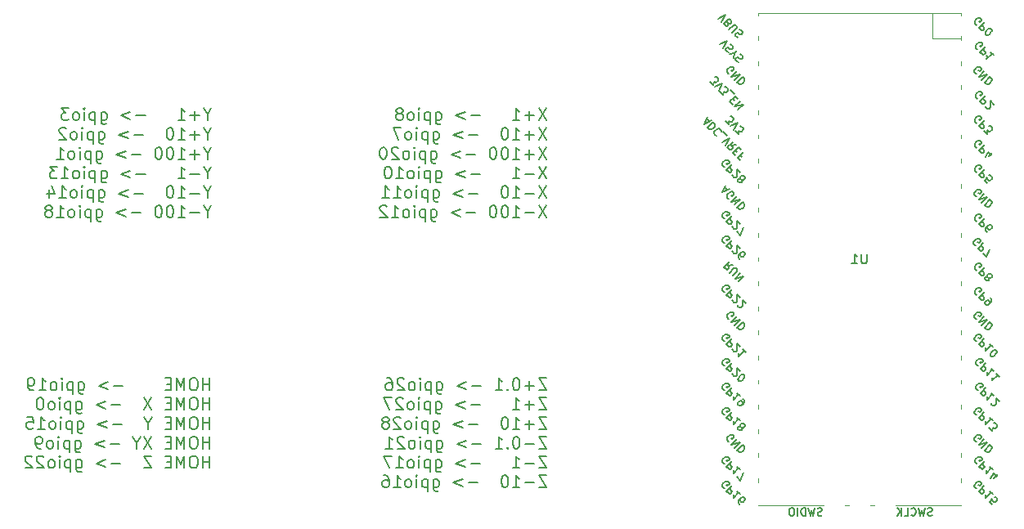
<source format=gbr>
%TF.GenerationSoftware,KiCad,Pcbnew,(6.0.4)*%
%TF.CreationDate,2022-05-22T21:51:39-03:00*%
%TF.ProjectId,G-Code_Keeb_tact,472d436f-6465-45f4-9b65-65625f746163,1*%
%TF.SameCoordinates,Original*%
%TF.FileFunction,Legend,Bot*%
%TF.FilePolarity,Positive*%
%FSLAX46Y46*%
G04 Gerber Fmt 4.6, Leading zero omitted, Abs format (unit mm)*
G04 Created by KiCad (PCBNEW (6.0.4)) date 2022-05-22 21:51:39*
%MOMM*%
%LPD*%
G01*
G04 APERTURE LIST*
%ADD10C,0.150000*%
%ADD11C,0.120000*%
G04 APERTURE END LIST*
D10*
X116134880Y-101080476D02*
X116134880Y-99830476D01*
X116134880Y-100425714D02*
X115420595Y-100425714D01*
X115420595Y-101080476D02*
X115420595Y-99830476D01*
X114587261Y-99830476D02*
X114349166Y-99830476D01*
X114230119Y-99890000D01*
X114111071Y-100009047D01*
X114051547Y-100247142D01*
X114051547Y-100663809D01*
X114111071Y-100901904D01*
X114230119Y-101020952D01*
X114349166Y-101080476D01*
X114587261Y-101080476D01*
X114706309Y-101020952D01*
X114825357Y-100901904D01*
X114884880Y-100663809D01*
X114884880Y-100247142D01*
X114825357Y-100009047D01*
X114706309Y-99890000D01*
X114587261Y-99830476D01*
X113515833Y-101080476D02*
X113515833Y-99830476D01*
X113099166Y-100723333D01*
X112682500Y-99830476D01*
X112682500Y-101080476D01*
X112087261Y-100425714D02*
X111670595Y-100425714D01*
X111492023Y-101080476D02*
X112087261Y-101080476D01*
X112087261Y-99830476D01*
X111492023Y-99830476D01*
X107146785Y-100604285D02*
X106194404Y-100604285D01*
X105599166Y-100247142D02*
X104646785Y-100604285D01*
X105599166Y-100961428D01*
X102563452Y-100247142D02*
X102563452Y-101259047D01*
X102622976Y-101378095D01*
X102682500Y-101437619D01*
X102801547Y-101497142D01*
X102980119Y-101497142D01*
X103099166Y-101437619D01*
X102563452Y-101020952D02*
X102682500Y-101080476D01*
X102920595Y-101080476D01*
X103039642Y-101020952D01*
X103099166Y-100961428D01*
X103158690Y-100842380D01*
X103158690Y-100485238D01*
X103099166Y-100366190D01*
X103039642Y-100306666D01*
X102920595Y-100247142D01*
X102682500Y-100247142D01*
X102563452Y-100306666D01*
X101968214Y-100247142D02*
X101968214Y-101497142D01*
X101968214Y-100306666D02*
X101849166Y-100247142D01*
X101611071Y-100247142D01*
X101492023Y-100306666D01*
X101432500Y-100366190D01*
X101372976Y-100485238D01*
X101372976Y-100842380D01*
X101432500Y-100961428D01*
X101492023Y-101020952D01*
X101611071Y-101080476D01*
X101849166Y-101080476D01*
X101968214Y-101020952D01*
X100837261Y-101080476D02*
X100837261Y-100247142D01*
X100837261Y-99830476D02*
X100896785Y-99890000D01*
X100837261Y-99949523D01*
X100777738Y-99890000D01*
X100837261Y-99830476D01*
X100837261Y-99949523D01*
X100063452Y-101080476D02*
X100182500Y-101020952D01*
X100242023Y-100961428D01*
X100301547Y-100842380D01*
X100301547Y-100485238D01*
X100242023Y-100366190D01*
X100182500Y-100306666D01*
X100063452Y-100247142D01*
X99884880Y-100247142D01*
X99765833Y-100306666D01*
X99706309Y-100366190D01*
X99646785Y-100485238D01*
X99646785Y-100842380D01*
X99706309Y-100961428D01*
X99765833Y-101020952D01*
X99884880Y-101080476D01*
X100063452Y-101080476D01*
X98456309Y-101080476D02*
X99170595Y-101080476D01*
X98813452Y-101080476D02*
X98813452Y-99830476D01*
X98932500Y-100009047D01*
X99051547Y-100128095D01*
X99170595Y-100187619D01*
X97861071Y-101080476D02*
X97622976Y-101080476D01*
X97503928Y-101020952D01*
X97444404Y-100961428D01*
X97325357Y-100782857D01*
X97265833Y-100544761D01*
X97265833Y-100068571D01*
X97325357Y-99949523D01*
X97384880Y-99890000D01*
X97503928Y-99830476D01*
X97742023Y-99830476D01*
X97861071Y-99890000D01*
X97920595Y-99949523D01*
X97980119Y-100068571D01*
X97980119Y-100366190D01*
X97920595Y-100485238D01*
X97861071Y-100544761D01*
X97742023Y-100604285D01*
X97503928Y-100604285D01*
X97384880Y-100544761D01*
X97325357Y-100485238D01*
X97265833Y-100366190D01*
X116134880Y-103092976D02*
X116134880Y-101842976D01*
X116134880Y-102438214D02*
X115420595Y-102438214D01*
X115420595Y-103092976D02*
X115420595Y-101842976D01*
X114587261Y-101842976D02*
X114349166Y-101842976D01*
X114230119Y-101902500D01*
X114111071Y-102021547D01*
X114051547Y-102259642D01*
X114051547Y-102676309D01*
X114111071Y-102914404D01*
X114230119Y-103033452D01*
X114349166Y-103092976D01*
X114587261Y-103092976D01*
X114706309Y-103033452D01*
X114825357Y-102914404D01*
X114884880Y-102676309D01*
X114884880Y-102259642D01*
X114825357Y-102021547D01*
X114706309Y-101902500D01*
X114587261Y-101842976D01*
X113515833Y-103092976D02*
X113515833Y-101842976D01*
X113099166Y-102735833D01*
X112682500Y-101842976D01*
X112682500Y-103092976D01*
X112087261Y-102438214D02*
X111670595Y-102438214D01*
X111492023Y-103092976D02*
X112087261Y-103092976D01*
X112087261Y-101842976D01*
X111492023Y-101842976D01*
X110122976Y-101842976D02*
X109289642Y-103092976D01*
X109289642Y-101842976D02*
X110122976Y-103092976D01*
X106908690Y-102616785D02*
X105956309Y-102616785D01*
X105361071Y-102259642D02*
X104408690Y-102616785D01*
X105361071Y-102973928D01*
X102325357Y-102259642D02*
X102325357Y-103271547D01*
X102384880Y-103390595D01*
X102444404Y-103450119D01*
X102563452Y-103509642D01*
X102742023Y-103509642D01*
X102861071Y-103450119D01*
X102325357Y-103033452D02*
X102444404Y-103092976D01*
X102682500Y-103092976D01*
X102801547Y-103033452D01*
X102861071Y-102973928D01*
X102920595Y-102854880D01*
X102920595Y-102497738D01*
X102861071Y-102378690D01*
X102801547Y-102319166D01*
X102682500Y-102259642D01*
X102444404Y-102259642D01*
X102325357Y-102319166D01*
X101730119Y-102259642D02*
X101730119Y-103509642D01*
X101730119Y-102319166D02*
X101611071Y-102259642D01*
X101372976Y-102259642D01*
X101253928Y-102319166D01*
X101194404Y-102378690D01*
X101134880Y-102497738D01*
X101134880Y-102854880D01*
X101194404Y-102973928D01*
X101253928Y-103033452D01*
X101372976Y-103092976D01*
X101611071Y-103092976D01*
X101730119Y-103033452D01*
X100599166Y-103092976D02*
X100599166Y-102259642D01*
X100599166Y-101842976D02*
X100658690Y-101902500D01*
X100599166Y-101962023D01*
X100539642Y-101902500D01*
X100599166Y-101842976D01*
X100599166Y-101962023D01*
X99825357Y-103092976D02*
X99944404Y-103033452D01*
X100003928Y-102973928D01*
X100063452Y-102854880D01*
X100063452Y-102497738D01*
X100003928Y-102378690D01*
X99944404Y-102319166D01*
X99825357Y-102259642D01*
X99646785Y-102259642D01*
X99527738Y-102319166D01*
X99468214Y-102378690D01*
X99408690Y-102497738D01*
X99408690Y-102854880D01*
X99468214Y-102973928D01*
X99527738Y-103033452D01*
X99646785Y-103092976D01*
X99825357Y-103092976D01*
X98634880Y-101842976D02*
X98515833Y-101842976D01*
X98396785Y-101902500D01*
X98337261Y-101962023D01*
X98277738Y-102081071D01*
X98218214Y-102319166D01*
X98218214Y-102616785D01*
X98277738Y-102854880D01*
X98337261Y-102973928D01*
X98396785Y-103033452D01*
X98515833Y-103092976D01*
X98634880Y-103092976D01*
X98753928Y-103033452D01*
X98813452Y-102973928D01*
X98872976Y-102854880D01*
X98932500Y-102616785D01*
X98932500Y-102319166D01*
X98872976Y-102081071D01*
X98813452Y-101962023D01*
X98753928Y-101902500D01*
X98634880Y-101842976D01*
X116134880Y-105105476D02*
X116134880Y-103855476D01*
X116134880Y-104450714D02*
X115420595Y-104450714D01*
X115420595Y-105105476D02*
X115420595Y-103855476D01*
X114587261Y-103855476D02*
X114349166Y-103855476D01*
X114230119Y-103915000D01*
X114111071Y-104034047D01*
X114051547Y-104272142D01*
X114051547Y-104688809D01*
X114111071Y-104926904D01*
X114230119Y-105045952D01*
X114349166Y-105105476D01*
X114587261Y-105105476D01*
X114706309Y-105045952D01*
X114825357Y-104926904D01*
X114884880Y-104688809D01*
X114884880Y-104272142D01*
X114825357Y-104034047D01*
X114706309Y-103915000D01*
X114587261Y-103855476D01*
X113515833Y-105105476D02*
X113515833Y-103855476D01*
X113099166Y-104748333D01*
X112682500Y-103855476D01*
X112682500Y-105105476D01*
X112087261Y-104450714D02*
X111670595Y-104450714D01*
X111492023Y-105105476D02*
X112087261Y-105105476D01*
X112087261Y-103855476D01*
X111492023Y-103855476D01*
X109765833Y-104510238D02*
X109765833Y-105105476D01*
X110182500Y-103855476D02*
X109765833Y-104510238D01*
X109349166Y-103855476D01*
X107027738Y-104629285D02*
X106075357Y-104629285D01*
X105480119Y-104272142D02*
X104527738Y-104629285D01*
X105480119Y-104986428D01*
X102444404Y-104272142D02*
X102444404Y-105284047D01*
X102503928Y-105403095D01*
X102563452Y-105462619D01*
X102682500Y-105522142D01*
X102861071Y-105522142D01*
X102980119Y-105462619D01*
X102444404Y-105045952D02*
X102563452Y-105105476D01*
X102801547Y-105105476D01*
X102920595Y-105045952D01*
X102980119Y-104986428D01*
X103039642Y-104867380D01*
X103039642Y-104510238D01*
X102980119Y-104391190D01*
X102920595Y-104331666D01*
X102801547Y-104272142D01*
X102563452Y-104272142D01*
X102444404Y-104331666D01*
X101849166Y-104272142D02*
X101849166Y-105522142D01*
X101849166Y-104331666D02*
X101730119Y-104272142D01*
X101492023Y-104272142D01*
X101372976Y-104331666D01*
X101313452Y-104391190D01*
X101253928Y-104510238D01*
X101253928Y-104867380D01*
X101313452Y-104986428D01*
X101372976Y-105045952D01*
X101492023Y-105105476D01*
X101730119Y-105105476D01*
X101849166Y-105045952D01*
X100718214Y-105105476D02*
X100718214Y-104272142D01*
X100718214Y-103855476D02*
X100777738Y-103915000D01*
X100718214Y-103974523D01*
X100658690Y-103915000D01*
X100718214Y-103855476D01*
X100718214Y-103974523D01*
X99944404Y-105105476D02*
X100063452Y-105045952D01*
X100122976Y-104986428D01*
X100182500Y-104867380D01*
X100182500Y-104510238D01*
X100122976Y-104391190D01*
X100063452Y-104331666D01*
X99944404Y-104272142D01*
X99765833Y-104272142D01*
X99646785Y-104331666D01*
X99587261Y-104391190D01*
X99527738Y-104510238D01*
X99527738Y-104867380D01*
X99587261Y-104986428D01*
X99646785Y-105045952D01*
X99765833Y-105105476D01*
X99944404Y-105105476D01*
X98337261Y-105105476D02*
X99051547Y-105105476D01*
X98694404Y-105105476D02*
X98694404Y-103855476D01*
X98813452Y-104034047D01*
X98932500Y-104153095D01*
X99051547Y-104212619D01*
X97206309Y-103855476D02*
X97801547Y-103855476D01*
X97861071Y-104450714D01*
X97801547Y-104391190D01*
X97682500Y-104331666D01*
X97384880Y-104331666D01*
X97265833Y-104391190D01*
X97206309Y-104450714D01*
X97146785Y-104569761D01*
X97146785Y-104867380D01*
X97206309Y-104986428D01*
X97265833Y-105045952D01*
X97384880Y-105105476D01*
X97682500Y-105105476D01*
X97801547Y-105045952D01*
X97861071Y-104986428D01*
X116134880Y-107117976D02*
X116134880Y-105867976D01*
X116134880Y-106463214D02*
X115420595Y-106463214D01*
X115420595Y-107117976D02*
X115420595Y-105867976D01*
X114587261Y-105867976D02*
X114349166Y-105867976D01*
X114230119Y-105927500D01*
X114111071Y-106046547D01*
X114051547Y-106284642D01*
X114051547Y-106701309D01*
X114111071Y-106939404D01*
X114230119Y-107058452D01*
X114349166Y-107117976D01*
X114587261Y-107117976D01*
X114706309Y-107058452D01*
X114825357Y-106939404D01*
X114884880Y-106701309D01*
X114884880Y-106284642D01*
X114825357Y-106046547D01*
X114706309Y-105927500D01*
X114587261Y-105867976D01*
X113515833Y-107117976D02*
X113515833Y-105867976D01*
X113099166Y-106760833D01*
X112682500Y-105867976D01*
X112682500Y-107117976D01*
X112087261Y-106463214D02*
X111670595Y-106463214D01*
X111492023Y-107117976D02*
X112087261Y-107117976D01*
X112087261Y-105867976D01*
X111492023Y-105867976D01*
X110122976Y-105867976D02*
X109289642Y-107117976D01*
X109289642Y-105867976D02*
X110122976Y-107117976D01*
X108575357Y-106522738D02*
X108575357Y-107117976D01*
X108992023Y-105867976D02*
X108575357Y-106522738D01*
X108158690Y-105867976D01*
X106789642Y-106641785D02*
X105837261Y-106641785D01*
X105242023Y-106284642D02*
X104289642Y-106641785D01*
X105242023Y-106998928D01*
X102206309Y-106284642D02*
X102206309Y-107296547D01*
X102265833Y-107415595D01*
X102325357Y-107475119D01*
X102444404Y-107534642D01*
X102622976Y-107534642D01*
X102742023Y-107475119D01*
X102206309Y-107058452D02*
X102325357Y-107117976D01*
X102563452Y-107117976D01*
X102682500Y-107058452D01*
X102742023Y-106998928D01*
X102801547Y-106879880D01*
X102801547Y-106522738D01*
X102742023Y-106403690D01*
X102682500Y-106344166D01*
X102563452Y-106284642D01*
X102325357Y-106284642D01*
X102206309Y-106344166D01*
X101611071Y-106284642D02*
X101611071Y-107534642D01*
X101611071Y-106344166D02*
X101492023Y-106284642D01*
X101253928Y-106284642D01*
X101134880Y-106344166D01*
X101075357Y-106403690D01*
X101015833Y-106522738D01*
X101015833Y-106879880D01*
X101075357Y-106998928D01*
X101134880Y-107058452D01*
X101253928Y-107117976D01*
X101492023Y-107117976D01*
X101611071Y-107058452D01*
X100480119Y-107117976D02*
X100480119Y-106284642D01*
X100480119Y-105867976D02*
X100539642Y-105927500D01*
X100480119Y-105987023D01*
X100420595Y-105927500D01*
X100480119Y-105867976D01*
X100480119Y-105987023D01*
X99706309Y-107117976D02*
X99825357Y-107058452D01*
X99884880Y-106998928D01*
X99944404Y-106879880D01*
X99944404Y-106522738D01*
X99884880Y-106403690D01*
X99825357Y-106344166D01*
X99706309Y-106284642D01*
X99527738Y-106284642D01*
X99408690Y-106344166D01*
X99349166Y-106403690D01*
X99289642Y-106522738D01*
X99289642Y-106879880D01*
X99349166Y-106998928D01*
X99408690Y-107058452D01*
X99527738Y-107117976D01*
X99706309Y-107117976D01*
X98694404Y-107117976D02*
X98456309Y-107117976D01*
X98337261Y-107058452D01*
X98277738Y-106998928D01*
X98158690Y-106820357D01*
X98099166Y-106582261D01*
X98099166Y-106106071D01*
X98158690Y-105987023D01*
X98218214Y-105927500D01*
X98337261Y-105867976D01*
X98575357Y-105867976D01*
X98694404Y-105927500D01*
X98753928Y-105987023D01*
X98813452Y-106106071D01*
X98813452Y-106403690D01*
X98753928Y-106522738D01*
X98694404Y-106582261D01*
X98575357Y-106641785D01*
X98337261Y-106641785D01*
X98218214Y-106582261D01*
X98158690Y-106522738D01*
X98099166Y-106403690D01*
X116134880Y-109130476D02*
X116134880Y-107880476D01*
X116134880Y-108475714D02*
X115420595Y-108475714D01*
X115420595Y-109130476D02*
X115420595Y-107880476D01*
X114587261Y-107880476D02*
X114349166Y-107880476D01*
X114230119Y-107940000D01*
X114111071Y-108059047D01*
X114051547Y-108297142D01*
X114051547Y-108713809D01*
X114111071Y-108951904D01*
X114230119Y-109070952D01*
X114349166Y-109130476D01*
X114587261Y-109130476D01*
X114706309Y-109070952D01*
X114825357Y-108951904D01*
X114884880Y-108713809D01*
X114884880Y-108297142D01*
X114825357Y-108059047D01*
X114706309Y-107940000D01*
X114587261Y-107880476D01*
X113515833Y-109130476D02*
X113515833Y-107880476D01*
X113099166Y-108773333D01*
X112682500Y-107880476D01*
X112682500Y-109130476D01*
X112087261Y-108475714D02*
X111670595Y-108475714D01*
X111492023Y-109130476D02*
X112087261Y-109130476D01*
X112087261Y-107880476D01*
X111492023Y-107880476D01*
X110122976Y-107880476D02*
X109289642Y-107880476D01*
X110122976Y-109130476D01*
X109289642Y-109130476D01*
X106908690Y-108654285D02*
X105956309Y-108654285D01*
X105361071Y-108297142D02*
X104408690Y-108654285D01*
X105361071Y-109011428D01*
X102325357Y-108297142D02*
X102325357Y-109309047D01*
X102384880Y-109428095D01*
X102444404Y-109487619D01*
X102563452Y-109547142D01*
X102742023Y-109547142D01*
X102861071Y-109487619D01*
X102325357Y-109070952D02*
X102444404Y-109130476D01*
X102682500Y-109130476D01*
X102801547Y-109070952D01*
X102861071Y-109011428D01*
X102920595Y-108892380D01*
X102920595Y-108535238D01*
X102861071Y-108416190D01*
X102801547Y-108356666D01*
X102682500Y-108297142D01*
X102444404Y-108297142D01*
X102325357Y-108356666D01*
X101730119Y-108297142D02*
X101730119Y-109547142D01*
X101730119Y-108356666D02*
X101611071Y-108297142D01*
X101372976Y-108297142D01*
X101253928Y-108356666D01*
X101194404Y-108416190D01*
X101134880Y-108535238D01*
X101134880Y-108892380D01*
X101194404Y-109011428D01*
X101253928Y-109070952D01*
X101372976Y-109130476D01*
X101611071Y-109130476D01*
X101730119Y-109070952D01*
X100599166Y-109130476D02*
X100599166Y-108297142D01*
X100599166Y-107880476D02*
X100658690Y-107940000D01*
X100599166Y-107999523D01*
X100539642Y-107940000D01*
X100599166Y-107880476D01*
X100599166Y-107999523D01*
X99825357Y-109130476D02*
X99944404Y-109070952D01*
X100003928Y-109011428D01*
X100063452Y-108892380D01*
X100063452Y-108535238D01*
X100003928Y-108416190D01*
X99944404Y-108356666D01*
X99825357Y-108297142D01*
X99646785Y-108297142D01*
X99527738Y-108356666D01*
X99468214Y-108416190D01*
X99408690Y-108535238D01*
X99408690Y-108892380D01*
X99468214Y-109011428D01*
X99527738Y-109070952D01*
X99646785Y-109130476D01*
X99825357Y-109130476D01*
X98932500Y-107999523D02*
X98872976Y-107940000D01*
X98753928Y-107880476D01*
X98456309Y-107880476D01*
X98337261Y-107940000D01*
X98277738Y-107999523D01*
X98218214Y-108118571D01*
X98218214Y-108237619D01*
X98277738Y-108416190D01*
X98992023Y-109130476D01*
X98218214Y-109130476D01*
X97742023Y-107999523D02*
X97682500Y-107940000D01*
X97563452Y-107880476D01*
X97265833Y-107880476D01*
X97146785Y-107940000D01*
X97087261Y-107999523D01*
X97027738Y-108118571D01*
X97027738Y-108237619D01*
X97087261Y-108416190D01*
X97801547Y-109130476D01*
X97027738Y-109130476D01*
X151013928Y-99830476D02*
X150180595Y-99830476D01*
X151013928Y-101080476D01*
X150180595Y-101080476D01*
X149704404Y-100604285D02*
X148752023Y-100604285D01*
X149228214Y-101080476D02*
X149228214Y-100128095D01*
X147918690Y-99830476D02*
X147799642Y-99830476D01*
X147680595Y-99890000D01*
X147621071Y-99949523D01*
X147561547Y-100068571D01*
X147502023Y-100306666D01*
X147502023Y-100604285D01*
X147561547Y-100842380D01*
X147621071Y-100961428D01*
X147680595Y-101020952D01*
X147799642Y-101080476D01*
X147918690Y-101080476D01*
X148037738Y-101020952D01*
X148097261Y-100961428D01*
X148156785Y-100842380D01*
X148216309Y-100604285D01*
X148216309Y-100306666D01*
X148156785Y-100068571D01*
X148097261Y-99949523D01*
X148037738Y-99890000D01*
X147918690Y-99830476D01*
X146966309Y-100961428D02*
X146906785Y-101020952D01*
X146966309Y-101080476D01*
X147025833Y-101020952D01*
X146966309Y-100961428D01*
X146966309Y-101080476D01*
X145716309Y-101080476D02*
X146430595Y-101080476D01*
X146073452Y-101080476D02*
X146073452Y-99830476D01*
X146192500Y-100009047D01*
X146311547Y-100128095D01*
X146430595Y-100187619D01*
X144228214Y-100604285D02*
X143275833Y-100604285D01*
X142680595Y-100247142D02*
X141728214Y-100604285D01*
X142680595Y-100961428D01*
X139644880Y-100247142D02*
X139644880Y-101259047D01*
X139704404Y-101378095D01*
X139763928Y-101437619D01*
X139882976Y-101497142D01*
X140061547Y-101497142D01*
X140180595Y-101437619D01*
X139644880Y-101020952D02*
X139763928Y-101080476D01*
X140002023Y-101080476D01*
X140121071Y-101020952D01*
X140180595Y-100961428D01*
X140240119Y-100842380D01*
X140240119Y-100485238D01*
X140180595Y-100366190D01*
X140121071Y-100306666D01*
X140002023Y-100247142D01*
X139763928Y-100247142D01*
X139644880Y-100306666D01*
X139049642Y-100247142D02*
X139049642Y-101497142D01*
X139049642Y-100306666D02*
X138930595Y-100247142D01*
X138692500Y-100247142D01*
X138573452Y-100306666D01*
X138513928Y-100366190D01*
X138454404Y-100485238D01*
X138454404Y-100842380D01*
X138513928Y-100961428D01*
X138573452Y-101020952D01*
X138692500Y-101080476D01*
X138930595Y-101080476D01*
X139049642Y-101020952D01*
X137918690Y-101080476D02*
X137918690Y-100247142D01*
X137918690Y-99830476D02*
X137978214Y-99890000D01*
X137918690Y-99949523D01*
X137859166Y-99890000D01*
X137918690Y-99830476D01*
X137918690Y-99949523D01*
X137144880Y-101080476D02*
X137263928Y-101020952D01*
X137323452Y-100961428D01*
X137382976Y-100842380D01*
X137382976Y-100485238D01*
X137323452Y-100366190D01*
X137263928Y-100306666D01*
X137144880Y-100247142D01*
X136966309Y-100247142D01*
X136847261Y-100306666D01*
X136787738Y-100366190D01*
X136728214Y-100485238D01*
X136728214Y-100842380D01*
X136787738Y-100961428D01*
X136847261Y-101020952D01*
X136966309Y-101080476D01*
X137144880Y-101080476D01*
X136252023Y-99949523D02*
X136192500Y-99890000D01*
X136073452Y-99830476D01*
X135775833Y-99830476D01*
X135656785Y-99890000D01*
X135597261Y-99949523D01*
X135537738Y-100068571D01*
X135537738Y-100187619D01*
X135597261Y-100366190D01*
X136311547Y-101080476D01*
X135537738Y-101080476D01*
X134466309Y-99830476D02*
X134704404Y-99830476D01*
X134823452Y-99890000D01*
X134882976Y-99949523D01*
X135002023Y-100128095D01*
X135061547Y-100366190D01*
X135061547Y-100842380D01*
X135002023Y-100961428D01*
X134942500Y-101020952D01*
X134823452Y-101080476D01*
X134585357Y-101080476D01*
X134466309Y-101020952D01*
X134406785Y-100961428D01*
X134347261Y-100842380D01*
X134347261Y-100544761D01*
X134406785Y-100425714D01*
X134466309Y-100366190D01*
X134585357Y-100306666D01*
X134823452Y-100306666D01*
X134942500Y-100366190D01*
X135002023Y-100425714D01*
X135061547Y-100544761D01*
X151013928Y-101842976D02*
X150180595Y-101842976D01*
X151013928Y-103092976D01*
X150180595Y-103092976D01*
X149704404Y-102616785D02*
X148752023Y-102616785D01*
X149228214Y-103092976D02*
X149228214Y-102140595D01*
X147502023Y-103092976D02*
X148216309Y-103092976D01*
X147859166Y-103092976D02*
X147859166Y-101842976D01*
X147978214Y-102021547D01*
X148097261Y-102140595D01*
X148216309Y-102200119D01*
X144109166Y-102616785D02*
X143156785Y-102616785D01*
X142561547Y-102259642D02*
X141609166Y-102616785D01*
X142561547Y-102973928D01*
X139525833Y-102259642D02*
X139525833Y-103271547D01*
X139585357Y-103390595D01*
X139644880Y-103450119D01*
X139763928Y-103509642D01*
X139942500Y-103509642D01*
X140061547Y-103450119D01*
X139525833Y-103033452D02*
X139644880Y-103092976D01*
X139882976Y-103092976D01*
X140002023Y-103033452D01*
X140061547Y-102973928D01*
X140121071Y-102854880D01*
X140121071Y-102497738D01*
X140061547Y-102378690D01*
X140002023Y-102319166D01*
X139882976Y-102259642D01*
X139644880Y-102259642D01*
X139525833Y-102319166D01*
X138930595Y-102259642D02*
X138930595Y-103509642D01*
X138930595Y-102319166D02*
X138811547Y-102259642D01*
X138573452Y-102259642D01*
X138454404Y-102319166D01*
X138394880Y-102378690D01*
X138335357Y-102497738D01*
X138335357Y-102854880D01*
X138394880Y-102973928D01*
X138454404Y-103033452D01*
X138573452Y-103092976D01*
X138811547Y-103092976D01*
X138930595Y-103033452D01*
X137799642Y-103092976D02*
X137799642Y-102259642D01*
X137799642Y-101842976D02*
X137859166Y-101902500D01*
X137799642Y-101962023D01*
X137740119Y-101902500D01*
X137799642Y-101842976D01*
X137799642Y-101962023D01*
X137025833Y-103092976D02*
X137144880Y-103033452D01*
X137204404Y-102973928D01*
X137263928Y-102854880D01*
X137263928Y-102497738D01*
X137204404Y-102378690D01*
X137144880Y-102319166D01*
X137025833Y-102259642D01*
X136847261Y-102259642D01*
X136728214Y-102319166D01*
X136668690Y-102378690D01*
X136609166Y-102497738D01*
X136609166Y-102854880D01*
X136668690Y-102973928D01*
X136728214Y-103033452D01*
X136847261Y-103092976D01*
X137025833Y-103092976D01*
X136132976Y-101962023D02*
X136073452Y-101902500D01*
X135954404Y-101842976D01*
X135656785Y-101842976D01*
X135537738Y-101902500D01*
X135478214Y-101962023D01*
X135418690Y-102081071D01*
X135418690Y-102200119D01*
X135478214Y-102378690D01*
X136192500Y-103092976D01*
X135418690Y-103092976D01*
X135002023Y-101842976D02*
X134168690Y-101842976D01*
X134704404Y-103092976D01*
X151013928Y-103855476D02*
X150180595Y-103855476D01*
X151013928Y-105105476D01*
X150180595Y-105105476D01*
X149704404Y-104629285D02*
X148752023Y-104629285D01*
X149228214Y-105105476D02*
X149228214Y-104153095D01*
X147502023Y-105105476D02*
X148216309Y-105105476D01*
X147859166Y-105105476D02*
X147859166Y-103855476D01*
X147978214Y-104034047D01*
X148097261Y-104153095D01*
X148216309Y-104212619D01*
X146728214Y-103855476D02*
X146609166Y-103855476D01*
X146490119Y-103915000D01*
X146430595Y-103974523D01*
X146371071Y-104093571D01*
X146311547Y-104331666D01*
X146311547Y-104629285D01*
X146371071Y-104867380D01*
X146430595Y-104986428D01*
X146490119Y-105045952D01*
X146609166Y-105105476D01*
X146728214Y-105105476D01*
X146847261Y-105045952D01*
X146906785Y-104986428D01*
X146966309Y-104867380D01*
X147025833Y-104629285D01*
X147025833Y-104331666D01*
X146966309Y-104093571D01*
X146906785Y-103974523D01*
X146847261Y-103915000D01*
X146728214Y-103855476D01*
X143871071Y-104629285D02*
X142918690Y-104629285D01*
X142323452Y-104272142D02*
X141371071Y-104629285D01*
X142323452Y-104986428D01*
X139287738Y-104272142D02*
X139287738Y-105284047D01*
X139347261Y-105403095D01*
X139406785Y-105462619D01*
X139525833Y-105522142D01*
X139704404Y-105522142D01*
X139823452Y-105462619D01*
X139287738Y-105045952D02*
X139406785Y-105105476D01*
X139644880Y-105105476D01*
X139763928Y-105045952D01*
X139823452Y-104986428D01*
X139882976Y-104867380D01*
X139882976Y-104510238D01*
X139823452Y-104391190D01*
X139763928Y-104331666D01*
X139644880Y-104272142D01*
X139406785Y-104272142D01*
X139287738Y-104331666D01*
X138692500Y-104272142D02*
X138692500Y-105522142D01*
X138692500Y-104331666D02*
X138573452Y-104272142D01*
X138335357Y-104272142D01*
X138216309Y-104331666D01*
X138156785Y-104391190D01*
X138097261Y-104510238D01*
X138097261Y-104867380D01*
X138156785Y-104986428D01*
X138216309Y-105045952D01*
X138335357Y-105105476D01*
X138573452Y-105105476D01*
X138692500Y-105045952D01*
X137561547Y-105105476D02*
X137561547Y-104272142D01*
X137561547Y-103855476D02*
X137621071Y-103915000D01*
X137561547Y-103974523D01*
X137502023Y-103915000D01*
X137561547Y-103855476D01*
X137561547Y-103974523D01*
X136787738Y-105105476D02*
X136906785Y-105045952D01*
X136966309Y-104986428D01*
X137025833Y-104867380D01*
X137025833Y-104510238D01*
X136966309Y-104391190D01*
X136906785Y-104331666D01*
X136787738Y-104272142D01*
X136609166Y-104272142D01*
X136490119Y-104331666D01*
X136430595Y-104391190D01*
X136371071Y-104510238D01*
X136371071Y-104867380D01*
X136430595Y-104986428D01*
X136490119Y-105045952D01*
X136609166Y-105105476D01*
X136787738Y-105105476D01*
X135894880Y-103974523D02*
X135835357Y-103915000D01*
X135716309Y-103855476D01*
X135418690Y-103855476D01*
X135299642Y-103915000D01*
X135240119Y-103974523D01*
X135180595Y-104093571D01*
X135180595Y-104212619D01*
X135240119Y-104391190D01*
X135954404Y-105105476D01*
X135180595Y-105105476D01*
X134466309Y-104391190D02*
X134585357Y-104331666D01*
X134644880Y-104272142D01*
X134704404Y-104153095D01*
X134704404Y-104093571D01*
X134644880Y-103974523D01*
X134585357Y-103915000D01*
X134466309Y-103855476D01*
X134228214Y-103855476D01*
X134109166Y-103915000D01*
X134049642Y-103974523D01*
X133990119Y-104093571D01*
X133990119Y-104153095D01*
X134049642Y-104272142D01*
X134109166Y-104331666D01*
X134228214Y-104391190D01*
X134466309Y-104391190D01*
X134585357Y-104450714D01*
X134644880Y-104510238D01*
X134704404Y-104629285D01*
X134704404Y-104867380D01*
X134644880Y-104986428D01*
X134585357Y-105045952D01*
X134466309Y-105105476D01*
X134228214Y-105105476D01*
X134109166Y-105045952D01*
X134049642Y-104986428D01*
X133990119Y-104867380D01*
X133990119Y-104629285D01*
X134049642Y-104510238D01*
X134109166Y-104450714D01*
X134228214Y-104391190D01*
X151013928Y-105867976D02*
X150180595Y-105867976D01*
X151013928Y-107117976D01*
X150180595Y-107117976D01*
X149704404Y-106641785D02*
X148752023Y-106641785D01*
X147918690Y-105867976D02*
X147799642Y-105867976D01*
X147680595Y-105927500D01*
X147621071Y-105987023D01*
X147561547Y-106106071D01*
X147502023Y-106344166D01*
X147502023Y-106641785D01*
X147561547Y-106879880D01*
X147621071Y-106998928D01*
X147680595Y-107058452D01*
X147799642Y-107117976D01*
X147918690Y-107117976D01*
X148037738Y-107058452D01*
X148097261Y-106998928D01*
X148156785Y-106879880D01*
X148216309Y-106641785D01*
X148216309Y-106344166D01*
X148156785Y-106106071D01*
X148097261Y-105987023D01*
X148037738Y-105927500D01*
X147918690Y-105867976D01*
X146966309Y-106998928D02*
X146906785Y-107058452D01*
X146966309Y-107117976D01*
X147025833Y-107058452D01*
X146966309Y-106998928D01*
X146966309Y-107117976D01*
X145716309Y-107117976D02*
X146430595Y-107117976D01*
X146073452Y-107117976D02*
X146073452Y-105867976D01*
X146192500Y-106046547D01*
X146311547Y-106165595D01*
X146430595Y-106225119D01*
X144228214Y-106641785D02*
X143275833Y-106641785D01*
X142680595Y-106284642D02*
X141728214Y-106641785D01*
X142680595Y-106998928D01*
X139644880Y-106284642D02*
X139644880Y-107296547D01*
X139704404Y-107415595D01*
X139763928Y-107475119D01*
X139882976Y-107534642D01*
X140061547Y-107534642D01*
X140180595Y-107475119D01*
X139644880Y-107058452D02*
X139763928Y-107117976D01*
X140002023Y-107117976D01*
X140121071Y-107058452D01*
X140180595Y-106998928D01*
X140240119Y-106879880D01*
X140240119Y-106522738D01*
X140180595Y-106403690D01*
X140121071Y-106344166D01*
X140002023Y-106284642D01*
X139763928Y-106284642D01*
X139644880Y-106344166D01*
X139049642Y-106284642D02*
X139049642Y-107534642D01*
X139049642Y-106344166D02*
X138930595Y-106284642D01*
X138692500Y-106284642D01*
X138573452Y-106344166D01*
X138513928Y-106403690D01*
X138454404Y-106522738D01*
X138454404Y-106879880D01*
X138513928Y-106998928D01*
X138573452Y-107058452D01*
X138692500Y-107117976D01*
X138930595Y-107117976D01*
X139049642Y-107058452D01*
X137918690Y-107117976D02*
X137918690Y-106284642D01*
X137918690Y-105867976D02*
X137978214Y-105927500D01*
X137918690Y-105987023D01*
X137859166Y-105927500D01*
X137918690Y-105867976D01*
X137918690Y-105987023D01*
X137144880Y-107117976D02*
X137263928Y-107058452D01*
X137323452Y-106998928D01*
X137382976Y-106879880D01*
X137382976Y-106522738D01*
X137323452Y-106403690D01*
X137263928Y-106344166D01*
X137144880Y-106284642D01*
X136966309Y-106284642D01*
X136847261Y-106344166D01*
X136787738Y-106403690D01*
X136728214Y-106522738D01*
X136728214Y-106879880D01*
X136787738Y-106998928D01*
X136847261Y-107058452D01*
X136966309Y-107117976D01*
X137144880Y-107117976D01*
X136252023Y-105987023D02*
X136192500Y-105927500D01*
X136073452Y-105867976D01*
X135775833Y-105867976D01*
X135656785Y-105927500D01*
X135597261Y-105987023D01*
X135537738Y-106106071D01*
X135537738Y-106225119D01*
X135597261Y-106403690D01*
X136311547Y-107117976D01*
X135537738Y-107117976D01*
X134347261Y-107117976D02*
X135061547Y-107117976D01*
X134704404Y-107117976D02*
X134704404Y-105867976D01*
X134823452Y-106046547D01*
X134942500Y-106165595D01*
X135061547Y-106225119D01*
X151013928Y-107880476D02*
X150180595Y-107880476D01*
X151013928Y-109130476D01*
X150180595Y-109130476D01*
X149704404Y-108654285D02*
X148752023Y-108654285D01*
X147502023Y-109130476D02*
X148216309Y-109130476D01*
X147859166Y-109130476D02*
X147859166Y-107880476D01*
X147978214Y-108059047D01*
X148097261Y-108178095D01*
X148216309Y-108237619D01*
X144109166Y-108654285D02*
X143156785Y-108654285D01*
X142561547Y-108297142D02*
X141609166Y-108654285D01*
X142561547Y-109011428D01*
X139525833Y-108297142D02*
X139525833Y-109309047D01*
X139585357Y-109428095D01*
X139644880Y-109487619D01*
X139763928Y-109547142D01*
X139942500Y-109547142D01*
X140061547Y-109487619D01*
X139525833Y-109070952D02*
X139644880Y-109130476D01*
X139882976Y-109130476D01*
X140002023Y-109070952D01*
X140061547Y-109011428D01*
X140121071Y-108892380D01*
X140121071Y-108535238D01*
X140061547Y-108416190D01*
X140002023Y-108356666D01*
X139882976Y-108297142D01*
X139644880Y-108297142D01*
X139525833Y-108356666D01*
X138930595Y-108297142D02*
X138930595Y-109547142D01*
X138930595Y-108356666D02*
X138811547Y-108297142D01*
X138573452Y-108297142D01*
X138454404Y-108356666D01*
X138394880Y-108416190D01*
X138335357Y-108535238D01*
X138335357Y-108892380D01*
X138394880Y-109011428D01*
X138454404Y-109070952D01*
X138573452Y-109130476D01*
X138811547Y-109130476D01*
X138930595Y-109070952D01*
X137799642Y-109130476D02*
X137799642Y-108297142D01*
X137799642Y-107880476D02*
X137859166Y-107940000D01*
X137799642Y-107999523D01*
X137740119Y-107940000D01*
X137799642Y-107880476D01*
X137799642Y-107999523D01*
X137025833Y-109130476D02*
X137144880Y-109070952D01*
X137204404Y-109011428D01*
X137263928Y-108892380D01*
X137263928Y-108535238D01*
X137204404Y-108416190D01*
X137144880Y-108356666D01*
X137025833Y-108297142D01*
X136847261Y-108297142D01*
X136728214Y-108356666D01*
X136668690Y-108416190D01*
X136609166Y-108535238D01*
X136609166Y-108892380D01*
X136668690Y-109011428D01*
X136728214Y-109070952D01*
X136847261Y-109130476D01*
X137025833Y-109130476D01*
X135418690Y-109130476D02*
X136132976Y-109130476D01*
X135775833Y-109130476D02*
X135775833Y-107880476D01*
X135894880Y-108059047D01*
X136013928Y-108178095D01*
X136132976Y-108237619D01*
X135002023Y-107880476D02*
X134168690Y-107880476D01*
X134704404Y-109130476D01*
X151013928Y-109892976D02*
X150180595Y-109892976D01*
X151013928Y-111142976D01*
X150180595Y-111142976D01*
X149704404Y-110666785D02*
X148752023Y-110666785D01*
X147502023Y-111142976D02*
X148216309Y-111142976D01*
X147859166Y-111142976D02*
X147859166Y-109892976D01*
X147978214Y-110071547D01*
X148097261Y-110190595D01*
X148216309Y-110250119D01*
X146728214Y-109892976D02*
X146609166Y-109892976D01*
X146490119Y-109952500D01*
X146430595Y-110012023D01*
X146371071Y-110131071D01*
X146311547Y-110369166D01*
X146311547Y-110666785D01*
X146371071Y-110904880D01*
X146430595Y-111023928D01*
X146490119Y-111083452D01*
X146609166Y-111142976D01*
X146728214Y-111142976D01*
X146847261Y-111083452D01*
X146906785Y-111023928D01*
X146966309Y-110904880D01*
X147025833Y-110666785D01*
X147025833Y-110369166D01*
X146966309Y-110131071D01*
X146906785Y-110012023D01*
X146847261Y-109952500D01*
X146728214Y-109892976D01*
X143871071Y-110666785D02*
X142918690Y-110666785D01*
X142323452Y-110309642D02*
X141371071Y-110666785D01*
X142323452Y-111023928D01*
X139287738Y-110309642D02*
X139287738Y-111321547D01*
X139347261Y-111440595D01*
X139406785Y-111500119D01*
X139525833Y-111559642D01*
X139704404Y-111559642D01*
X139823452Y-111500119D01*
X139287738Y-111083452D02*
X139406785Y-111142976D01*
X139644880Y-111142976D01*
X139763928Y-111083452D01*
X139823452Y-111023928D01*
X139882976Y-110904880D01*
X139882976Y-110547738D01*
X139823452Y-110428690D01*
X139763928Y-110369166D01*
X139644880Y-110309642D01*
X139406785Y-110309642D01*
X139287738Y-110369166D01*
X138692500Y-110309642D02*
X138692500Y-111559642D01*
X138692500Y-110369166D02*
X138573452Y-110309642D01*
X138335357Y-110309642D01*
X138216309Y-110369166D01*
X138156785Y-110428690D01*
X138097261Y-110547738D01*
X138097261Y-110904880D01*
X138156785Y-111023928D01*
X138216309Y-111083452D01*
X138335357Y-111142976D01*
X138573452Y-111142976D01*
X138692500Y-111083452D01*
X137561547Y-111142976D02*
X137561547Y-110309642D01*
X137561547Y-109892976D02*
X137621071Y-109952500D01*
X137561547Y-110012023D01*
X137502023Y-109952500D01*
X137561547Y-109892976D01*
X137561547Y-110012023D01*
X136787738Y-111142976D02*
X136906785Y-111083452D01*
X136966309Y-111023928D01*
X137025833Y-110904880D01*
X137025833Y-110547738D01*
X136966309Y-110428690D01*
X136906785Y-110369166D01*
X136787738Y-110309642D01*
X136609166Y-110309642D01*
X136490119Y-110369166D01*
X136430595Y-110428690D01*
X136371071Y-110547738D01*
X136371071Y-110904880D01*
X136430595Y-111023928D01*
X136490119Y-111083452D01*
X136609166Y-111142976D01*
X136787738Y-111142976D01*
X135180595Y-111142976D02*
X135894880Y-111142976D01*
X135537738Y-111142976D02*
X135537738Y-109892976D01*
X135656785Y-110071547D01*
X135775833Y-110190595D01*
X135894880Y-110250119D01*
X134109166Y-109892976D02*
X134347261Y-109892976D01*
X134466309Y-109952500D01*
X134525833Y-110012023D01*
X134644880Y-110190595D01*
X134704404Y-110428690D01*
X134704404Y-110904880D01*
X134644880Y-111023928D01*
X134585357Y-111083452D01*
X134466309Y-111142976D01*
X134228214Y-111142976D01*
X134109166Y-111083452D01*
X134049642Y-111023928D01*
X133990119Y-110904880D01*
X133990119Y-110607261D01*
X134049642Y-110488214D01*
X134109166Y-110428690D01*
X134228214Y-110369166D01*
X134466309Y-110369166D01*
X134585357Y-110428690D01*
X134644880Y-110488214D01*
X134704404Y-110607261D01*
X115896785Y-72528988D02*
X115896785Y-73124226D01*
X116313452Y-71874226D02*
X115896785Y-72528988D01*
X115480119Y-71874226D01*
X115063452Y-72648035D02*
X114111071Y-72648035D01*
X114587261Y-73124226D02*
X114587261Y-72171845D01*
X112861071Y-73124226D02*
X113575357Y-73124226D01*
X113218214Y-73124226D02*
X113218214Y-71874226D01*
X113337261Y-72052797D01*
X113456309Y-72171845D01*
X113575357Y-72231369D01*
X109468214Y-72648035D02*
X108515833Y-72648035D01*
X107920595Y-72290892D02*
X106968214Y-72648035D01*
X107920595Y-73005178D01*
X104884880Y-72290892D02*
X104884880Y-73302797D01*
X104944404Y-73421845D01*
X105003928Y-73481369D01*
X105122976Y-73540892D01*
X105301547Y-73540892D01*
X105420595Y-73481369D01*
X104884880Y-73064702D02*
X105003928Y-73124226D01*
X105242023Y-73124226D01*
X105361071Y-73064702D01*
X105420595Y-73005178D01*
X105480119Y-72886130D01*
X105480119Y-72528988D01*
X105420595Y-72409940D01*
X105361071Y-72350416D01*
X105242023Y-72290892D01*
X105003928Y-72290892D01*
X104884880Y-72350416D01*
X104289642Y-72290892D02*
X104289642Y-73540892D01*
X104289642Y-72350416D02*
X104170595Y-72290892D01*
X103932500Y-72290892D01*
X103813452Y-72350416D01*
X103753928Y-72409940D01*
X103694404Y-72528988D01*
X103694404Y-72886130D01*
X103753928Y-73005178D01*
X103813452Y-73064702D01*
X103932500Y-73124226D01*
X104170595Y-73124226D01*
X104289642Y-73064702D01*
X103158690Y-73124226D02*
X103158690Y-72290892D01*
X103158690Y-71874226D02*
X103218214Y-71933750D01*
X103158690Y-71993273D01*
X103099166Y-71933750D01*
X103158690Y-71874226D01*
X103158690Y-71993273D01*
X102384880Y-73124226D02*
X102503928Y-73064702D01*
X102563452Y-73005178D01*
X102622976Y-72886130D01*
X102622976Y-72528988D01*
X102563452Y-72409940D01*
X102503928Y-72350416D01*
X102384880Y-72290892D01*
X102206309Y-72290892D01*
X102087261Y-72350416D01*
X102027738Y-72409940D01*
X101968214Y-72528988D01*
X101968214Y-72886130D01*
X102027738Y-73005178D01*
X102087261Y-73064702D01*
X102206309Y-73124226D01*
X102384880Y-73124226D01*
X101551547Y-71874226D02*
X100777738Y-71874226D01*
X101194404Y-72350416D01*
X101015833Y-72350416D01*
X100896785Y-72409940D01*
X100837261Y-72469464D01*
X100777738Y-72588511D01*
X100777738Y-72886130D01*
X100837261Y-73005178D01*
X100896785Y-73064702D01*
X101015833Y-73124226D01*
X101372976Y-73124226D01*
X101492023Y-73064702D01*
X101551547Y-73005178D01*
X115896785Y-74541488D02*
X115896785Y-75136726D01*
X116313452Y-73886726D02*
X115896785Y-74541488D01*
X115480119Y-73886726D01*
X115063452Y-74660535D02*
X114111071Y-74660535D01*
X114587261Y-75136726D02*
X114587261Y-74184345D01*
X112861071Y-75136726D02*
X113575357Y-75136726D01*
X113218214Y-75136726D02*
X113218214Y-73886726D01*
X113337261Y-74065297D01*
X113456309Y-74184345D01*
X113575357Y-74243869D01*
X112087261Y-73886726D02*
X111968214Y-73886726D01*
X111849166Y-73946250D01*
X111789642Y-74005773D01*
X111730119Y-74124821D01*
X111670595Y-74362916D01*
X111670595Y-74660535D01*
X111730119Y-74898630D01*
X111789642Y-75017678D01*
X111849166Y-75077202D01*
X111968214Y-75136726D01*
X112087261Y-75136726D01*
X112206309Y-75077202D01*
X112265833Y-75017678D01*
X112325357Y-74898630D01*
X112384880Y-74660535D01*
X112384880Y-74362916D01*
X112325357Y-74124821D01*
X112265833Y-74005773D01*
X112206309Y-73946250D01*
X112087261Y-73886726D01*
X109230119Y-74660535D02*
X108277738Y-74660535D01*
X107682500Y-74303392D02*
X106730119Y-74660535D01*
X107682500Y-75017678D01*
X104646785Y-74303392D02*
X104646785Y-75315297D01*
X104706309Y-75434345D01*
X104765833Y-75493869D01*
X104884880Y-75553392D01*
X105063452Y-75553392D01*
X105182500Y-75493869D01*
X104646785Y-75077202D02*
X104765833Y-75136726D01*
X105003928Y-75136726D01*
X105122976Y-75077202D01*
X105182500Y-75017678D01*
X105242023Y-74898630D01*
X105242023Y-74541488D01*
X105182500Y-74422440D01*
X105122976Y-74362916D01*
X105003928Y-74303392D01*
X104765833Y-74303392D01*
X104646785Y-74362916D01*
X104051547Y-74303392D02*
X104051547Y-75553392D01*
X104051547Y-74362916D02*
X103932500Y-74303392D01*
X103694404Y-74303392D01*
X103575357Y-74362916D01*
X103515833Y-74422440D01*
X103456309Y-74541488D01*
X103456309Y-74898630D01*
X103515833Y-75017678D01*
X103575357Y-75077202D01*
X103694404Y-75136726D01*
X103932500Y-75136726D01*
X104051547Y-75077202D01*
X102920595Y-75136726D02*
X102920595Y-74303392D01*
X102920595Y-73886726D02*
X102980119Y-73946250D01*
X102920595Y-74005773D01*
X102861071Y-73946250D01*
X102920595Y-73886726D01*
X102920595Y-74005773D01*
X102146785Y-75136726D02*
X102265833Y-75077202D01*
X102325357Y-75017678D01*
X102384880Y-74898630D01*
X102384880Y-74541488D01*
X102325357Y-74422440D01*
X102265833Y-74362916D01*
X102146785Y-74303392D01*
X101968214Y-74303392D01*
X101849166Y-74362916D01*
X101789642Y-74422440D01*
X101730119Y-74541488D01*
X101730119Y-74898630D01*
X101789642Y-75017678D01*
X101849166Y-75077202D01*
X101968214Y-75136726D01*
X102146785Y-75136726D01*
X101253928Y-74005773D02*
X101194404Y-73946250D01*
X101075357Y-73886726D01*
X100777738Y-73886726D01*
X100658690Y-73946250D01*
X100599166Y-74005773D01*
X100539642Y-74124821D01*
X100539642Y-74243869D01*
X100599166Y-74422440D01*
X101313452Y-75136726D01*
X100539642Y-75136726D01*
X115896785Y-76553988D02*
X115896785Y-77149226D01*
X116313452Y-75899226D02*
X115896785Y-76553988D01*
X115480119Y-75899226D01*
X115063452Y-76673035D02*
X114111071Y-76673035D01*
X114587261Y-77149226D02*
X114587261Y-76196845D01*
X112861071Y-77149226D02*
X113575357Y-77149226D01*
X113218214Y-77149226D02*
X113218214Y-75899226D01*
X113337261Y-76077797D01*
X113456309Y-76196845D01*
X113575357Y-76256369D01*
X112087261Y-75899226D02*
X111968214Y-75899226D01*
X111849166Y-75958750D01*
X111789642Y-76018273D01*
X111730119Y-76137321D01*
X111670595Y-76375416D01*
X111670595Y-76673035D01*
X111730119Y-76911130D01*
X111789642Y-77030178D01*
X111849166Y-77089702D01*
X111968214Y-77149226D01*
X112087261Y-77149226D01*
X112206309Y-77089702D01*
X112265833Y-77030178D01*
X112325357Y-76911130D01*
X112384880Y-76673035D01*
X112384880Y-76375416D01*
X112325357Y-76137321D01*
X112265833Y-76018273D01*
X112206309Y-75958750D01*
X112087261Y-75899226D01*
X110896785Y-75899226D02*
X110777738Y-75899226D01*
X110658690Y-75958750D01*
X110599166Y-76018273D01*
X110539642Y-76137321D01*
X110480119Y-76375416D01*
X110480119Y-76673035D01*
X110539642Y-76911130D01*
X110599166Y-77030178D01*
X110658690Y-77089702D01*
X110777738Y-77149226D01*
X110896785Y-77149226D01*
X111015833Y-77089702D01*
X111075357Y-77030178D01*
X111134880Y-76911130D01*
X111194404Y-76673035D01*
X111194404Y-76375416D01*
X111134880Y-76137321D01*
X111075357Y-76018273D01*
X111015833Y-75958750D01*
X110896785Y-75899226D01*
X108992023Y-76673035D02*
X108039642Y-76673035D01*
X107444404Y-76315892D02*
X106492023Y-76673035D01*
X107444404Y-77030178D01*
X104408690Y-76315892D02*
X104408690Y-77327797D01*
X104468214Y-77446845D01*
X104527738Y-77506369D01*
X104646785Y-77565892D01*
X104825357Y-77565892D01*
X104944404Y-77506369D01*
X104408690Y-77089702D02*
X104527738Y-77149226D01*
X104765833Y-77149226D01*
X104884880Y-77089702D01*
X104944404Y-77030178D01*
X105003928Y-76911130D01*
X105003928Y-76553988D01*
X104944404Y-76434940D01*
X104884880Y-76375416D01*
X104765833Y-76315892D01*
X104527738Y-76315892D01*
X104408690Y-76375416D01*
X103813452Y-76315892D02*
X103813452Y-77565892D01*
X103813452Y-76375416D02*
X103694404Y-76315892D01*
X103456309Y-76315892D01*
X103337261Y-76375416D01*
X103277738Y-76434940D01*
X103218214Y-76553988D01*
X103218214Y-76911130D01*
X103277738Y-77030178D01*
X103337261Y-77089702D01*
X103456309Y-77149226D01*
X103694404Y-77149226D01*
X103813452Y-77089702D01*
X102682500Y-77149226D02*
X102682500Y-76315892D01*
X102682500Y-75899226D02*
X102742023Y-75958750D01*
X102682500Y-76018273D01*
X102622976Y-75958750D01*
X102682500Y-75899226D01*
X102682500Y-76018273D01*
X101908690Y-77149226D02*
X102027738Y-77089702D01*
X102087261Y-77030178D01*
X102146785Y-76911130D01*
X102146785Y-76553988D01*
X102087261Y-76434940D01*
X102027738Y-76375416D01*
X101908690Y-76315892D01*
X101730119Y-76315892D01*
X101611071Y-76375416D01*
X101551547Y-76434940D01*
X101492023Y-76553988D01*
X101492023Y-76911130D01*
X101551547Y-77030178D01*
X101611071Y-77089702D01*
X101730119Y-77149226D01*
X101908690Y-77149226D01*
X100301547Y-77149226D02*
X101015833Y-77149226D01*
X100658690Y-77149226D02*
X100658690Y-75899226D01*
X100777738Y-76077797D01*
X100896785Y-76196845D01*
X101015833Y-76256369D01*
X115896785Y-78566488D02*
X115896785Y-79161726D01*
X116313452Y-77911726D02*
X115896785Y-78566488D01*
X115480119Y-77911726D01*
X115063452Y-78685535D02*
X114111071Y-78685535D01*
X112861071Y-79161726D02*
X113575357Y-79161726D01*
X113218214Y-79161726D02*
X113218214Y-77911726D01*
X113337261Y-78090297D01*
X113456309Y-78209345D01*
X113575357Y-78268869D01*
X109468214Y-78685535D02*
X108515833Y-78685535D01*
X107920595Y-78328392D02*
X106968214Y-78685535D01*
X107920595Y-79042678D01*
X104884880Y-78328392D02*
X104884880Y-79340297D01*
X104944404Y-79459345D01*
X105003928Y-79518869D01*
X105122976Y-79578392D01*
X105301547Y-79578392D01*
X105420595Y-79518869D01*
X104884880Y-79102202D02*
X105003928Y-79161726D01*
X105242023Y-79161726D01*
X105361071Y-79102202D01*
X105420595Y-79042678D01*
X105480119Y-78923630D01*
X105480119Y-78566488D01*
X105420595Y-78447440D01*
X105361071Y-78387916D01*
X105242023Y-78328392D01*
X105003928Y-78328392D01*
X104884880Y-78387916D01*
X104289642Y-78328392D02*
X104289642Y-79578392D01*
X104289642Y-78387916D02*
X104170595Y-78328392D01*
X103932500Y-78328392D01*
X103813452Y-78387916D01*
X103753928Y-78447440D01*
X103694404Y-78566488D01*
X103694404Y-78923630D01*
X103753928Y-79042678D01*
X103813452Y-79102202D01*
X103932500Y-79161726D01*
X104170595Y-79161726D01*
X104289642Y-79102202D01*
X103158690Y-79161726D02*
X103158690Y-78328392D01*
X103158690Y-77911726D02*
X103218214Y-77971250D01*
X103158690Y-78030773D01*
X103099166Y-77971250D01*
X103158690Y-77911726D01*
X103158690Y-78030773D01*
X102384880Y-79161726D02*
X102503928Y-79102202D01*
X102563452Y-79042678D01*
X102622976Y-78923630D01*
X102622976Y-78566488D01*
X102563452Y-78447440D01*
X102503928Y-78387916D01*
X102384880Y-78328392D01*
X102206309Y-78328392D01*
X102087261Y-78387916D01*
X102027738Y-78447440D01*
X101968214Y-78566488D01*
X101968214Y-78923630D01*
X102027738Y-79042678D01*
X102087261Y-79102202D01*
X102206309Y-79161726D01*
X102384880Y-79161726D01*
X100777738Y-79161726D02*
X101492023Y-79161726D01*
X101134880Y-79161726D02*
X101134880Y-77911726D01*
X101253928Y-78090297D01*
X101372976Y-78209345D01*
X101492023Y-78268869D01*
X100361071Y-77911726D02*
X99587261Y-77911726D01*
X100003928Y-78387916D01*
X99825357Y-78387916D01*
X99706309Y-78447440D01*
X99646785Y-78506964D01*
X99587261Y-78626011D01*
X99587261Y-78923630D01*
X99646785Y-79042678D01*
X99706309Y-79102202D01*
X99825357Y-79161726D01*
X100182500Y-79161726D01*
X100301547Y-79102202D01*
X100361071Y-79042678D01*
X115896785Y-80578988D02*
X115896785Y-81174226D01*
X116313452Y-79924226D02*
X115896785Y-80578988D01*
X115480119Y-79924226D01*
X115063452Y-80698035D02*
X114111071Y-80698035D01*
X112861071Y-81174226D02*
X113575357Y-81174226D01*
X113218214Y-81174226D02*
X113218214Y-79924226D01*
X113337261Y-80102797D01*
X113456309Y-80221845D01*
X113575357Y-80281369D01*
X112087261Y-79924226D02*
X111968214Y-79924226D01*
X111849166Y-79983750D01*
X111789642Y-80043273D01*
X111730119Y-80162321D01*
X111670595Y-80400416D01*
X111670595Y-80698035D01*
X111730119Y-80936130D01*
X111789642Y-81055178D01*
X111849166Y-81114702D01*
X111968214Y-81174226D01*
X112087261Y-81174226D01*
X112206309Y-81114702D01*
X112265833Y-81055178D01*
X112325357Y-80936130D01*
X112384880Y-80698035D01*
X112384880Y-80400416D01*
X112325357Y-80162321D01*
X112265833Y-80043273D01*
X112206309Y-79983750D01*
X112087261Y-79924226D01*
X109230119Y-80698035D02*
X108277738Y-80698035D01*
X107682500Y-80340892D02*
X106730119Y-80698035D01*
X107682500Y-81055178D01*
X104646785Y-80340892D02*
X104646785Y-81352797D01*
X104706309Y-81471845D01*
X104765833Y-81531369D01*
X104884880Y-81590892D01*
X105063452Y-81590892D01*
X105182500Y-81531369D01*
X104646785Y-81114702D02*
X104765833Y-81174226D01*
X105003928Y-81174226D01*
X105122976Y-81114702D01*
X105182500Y-81055178D01*
X105242023Y-80936130D01*
X105242023Y-80578988D01*
X105182500Y-80459940D01*
X105122976Y-80400416D01*
X105003928Y-80340892D01*
X104765833Y-80340892D01*
X104646785Y-80400416D01*
X104051547Y-80340892D02*
X104051547Y-81590892D01*
X104051547Y-80400416D02*
X103932500Y-80340892D01*
X103694404Y-80340892D01*
X103575357Y-80400416D01*
X103515833Y-80459940D01*
X103456309Y-80578988D01*
X103456309Y-80936130D01*
X103515833Y-81055178D01*
X103575357Y-81114702D01*
X103694404Y-81174226D01*
X103932500Y-81174226D01*
X104051547Y-81114702D01*
X102920595Y-81174226D02*
X102920595Y-80340892D01*
X102920595Y-79924226D02*
X102980119Y-79983750D01*
X102920595Y-80043273D01*
X102861071Y-79983750D01*
X102920595Y-79924226D01*
X102920595Y-80043273D01*
X102146785Y-81174226D02*
X102265833Y-81114702D01*
X102325357Y-81055178D01*
X102384880Y-80936130D01*
X102384880Y-80578988D01*
X102325357Y-80459940D01*
X102265833Y-80400416D01*
X102146785Y-80340892D01*
X101968214Y-80340892D01*
X101849166Y-80400416D01*
X101789642Y-80459940D01*
X101730119Y-80578988D01*
X101730119Y-80936130D01*
X101789642Y-81055178D01*
X101849166Y-81114702D01*
X101968214Y-81174226D01*
X102146785Y-81174226D01*
X100539642Y-81174226D02*
X101253928Y-81174226D01*
X100896785Y-81174226D02*
X100896785Y-79924226D01*
X101015833Y-80102797D01*
X101134880Y-80221845D01*
X101253928Y-80281369D01*
X99468214Y-80340892D02*
X99468214Y-81174226D01*
X99765833Y-79864702D02*
X100063452Y-80757559D01*
X99289642Y-80757559D01*
X115896785Y-82591488D02*
X115896785Y-83186726D01*
X116313452Y-81936726D02*
X115896785Y-82591488D01*
X115480119Y-81936726D01*
X115063452Y-82710535D02*
X114111071Y-82710535D01*
X112861071Y-83186726D02*
X113575357Y-83186726D01*
X113218214Y-83186726D02*
X113218214Y-81936726D01*
X113337261Y-82115297D01*
X113456309Y-82234345D01*
X113575357Y-82293869D01*
X112087261Y-81936726D02*
X111968214Y-81936726D01*
X111849166Y-81996250D01*
X111789642Y-82055773D01*
X111730119Y-82174821D01*
X111670595Y-82412916D01*
X111670595Y-82710535D01*
X111730119Y-82948630D01*
X111789642Y-83067678D01*
X111849166Y-83127202D01*
X111968214Y-83186726D01*
X112087261Y-83186726D01*
X112206309Y-83127202D01*
X112265833Y-83067678D01*
X112325357Y-82948630D01*
X112384880Y-82710535D01*
X112384880Y-82412916D01*
X112325357Y-82174821D01*
X112265833Y-82055773D01*
X112206309Y-81996250D01*
X112087261Y-81936726D01*
X110896785Y-81936726D02*
X110777738Y-81936726D01*
X110658690Y-81996250D01*
X110599166Y-82055773D01*
X110539642Y-82174821D01*
X110480119Y-82412916D01*
X110480119Y-82710535D01*
X110539642Y-82948630D01*
X110599166Y-83067678D01*
X110658690Y-83127202D01*
X110777738Y-83186726D01*
X110896785Y-83186726D01*
X111015833Y-83127202D01*
X111075357Y-83067678D01*
X111134880Y-82948630D01*
X111194404Y-82710535D01*
X111194404Y-82412916D01*
X111134880Y-82174821D01*
X111075357Y-82055773D01*
X111015833Y-81996250D01*
X110896785Y-81936726D01*
X108992023Y-82710535D02*
X108039642Y-82710535D01*
X107444404Y-82353392D02*
X106492023Y-82710535D01*
X107444404Y-83067678D01*
X104408690Y-82353392D02*
X104408690Y-83365297D01*
X104468214Y-83484345D01*
X104527738Y-83543869D01*
X104646785Y-83603392D01*
X104825357Y-83603392D01*
X104944404Y-83543869D01*
X104408690Y-83127202D02*
X104527738Y-83186726D01*
X104765833Y-83186726D01*
X104884880Y-83127202D01*
X104944404Y-83067678D01*
X105003928Y-82948630D01*
X105003928Y-82591488D01*
X104944404Y-82472440D01*
X104884880Y-82412916D01*
X104765833Y-82353392D01*
X104527738Y-82353392D01*
X104408690Y-82412916D01*
X103813452Y-82353392D02*
X103813452Y-83603392D01*
X103813452Y-82412916D02*
X103694404Y-82353392D01*
X103456309Y-82353392D01*
X103337261Y-82412916D01*
X103277738Y-82472440D01*
X103218214Y-82591488D01*
X103218214Y-82948630D01*
X103277738Y-83067678D01*
X103337261Y-83127202D01*
X103456309Y-83186726D01*
X103694404Y-83186726D01*
X103813452Y-83127202D01*
X102682500Y-83186726D02*
X102682500Y-82353392D01*
X102682500Y-81936726D02*
X102742023Y-81996250D01*
X102682500Y-82055773D01*
X102622976Y-81996250D01*
X102682500Y-81936726D01*
X102682500Y-82055773D01*
X101908690Y-83186726D02*
X102027738Y-83127202D01*
X102087261Y-83067678D01*
X102146785Y-82948630D01*
X102146785Y-82591488D01*
X102087261Y-82472440D01*
X102027738Y-82412916D01*
X101908690Y-82353392D01*
X101730119Y-82353392D01*
X101611071Y-82412916D01*
X101551547Y-82472440D01*
X101492023Y-82591488D01*
X101492023Y-82948630D01*
X101551547Y-83067678D01*
X101611071Y-83127202D01*
X101730119Y-83186726D01*
X101908690Y-83186726D01*
X100301547Y-83186726D02*
X101015833Y-83186726D01*
X100658690Y-83186726D02*
X100658690Y-81936726D01*
X100777738Y-82115297D01*
X100896785Y-82234345D01*
X101015833Y-82293869D01*
X99587261Y-82472440D02*
X99706309Y-82412916D01*
X99765833Y-82353392D01*
X99825357Y-82234345D01*
X99825357Y-82174821D01*
X99765833Y-82055773D01*
X99706309Y-81996250D01*
X99587261Y-81936726D01*
X99349166Y-81936726D01*
X99230119Y-81996250D01*
X99170595Y-82055773D01*
X99111071Y-82174821D01*
X99111071Y-82234345D01*
X99170595Y-82353392D01*
X99230119Y-82412916D01*
X99349166Y-82472440D01*
X99587261Y-82472440D01*
X99706309Y-82531964D01*
X99765833Y-82591488D01*
X99825357Y-82710535D01*
X99825357Y-82948630D01*
X99765833Y-83067678D01*
X99706309Y-83127202D01*
X99587261Y-83186726D01*
X99349166Y-83186726D01*
X99230119Y-83127202D01*
X99170595Y-83067678D01*
X99111071Y-82948630D01*
X99111071Y-82710535D01*
X99170595Y-82591488D01*
X99230119Y-82531964D01*
X99349166Y-82472440D01*
X151013928Y-71874226D02*
X150180595Y-73124226D01*
X150180595Y-71874226D02*
X151013928Y-73124226D01*
X149704404Y-72648035D02*
X148752023Y-72648035D01*
X149228214Y-73124226D02*
X149228214Y-72171845D01*
X147502023Y-73124226D02*
X148216309Y-73124226D01*
X147859166Y-73124226D02*
X147859166Y-71874226D01*
X147978214Y-72052797D01*
X148097261Y-72171845D01*
X148216309Y-72231369D01*
X144109166Y-72648035D02*
X143156785Y-72648035D01*
X142561547Y-72290892D02*
X141609166Y-72648035D01*
X142561547Y-73005178D01*
X139525833Y-72290892D02*
X139525833Y-73302797D01*
X139585357Y-73421845D01*
X139644880Y-73481369D01*
X139763928Y-73540892D01*
X139942500Y-73540892D01*
X140061547Y-73481369D01*
X139525833Y-73064702D02*
X139644880Y-73124226D01*
X139882976Y-73124226D01*
X140002023Y-73064702D01*
X140061547Y-73005178D01*
X140121071Y-72886130D01*
X140121071Y-72528988D01*
X140061547Y-72409940D01*
X140002023Y-72350416D01*
X139882976Y-72290892D01*
X139644880Y-72290892D01*
X139525833Y-72350416D01*
X138930595Y-72290892D02*
X138930595Y-73540892D01*
X138930595Y-72350416D02*
X138811547Y-72290892D01*
X138573452Y-72290892D01*
X138454404Y-72350416D01*
X138394880Y-72409940D01*
X138335357Y-72528988D01*
X138335357Y-72886130D01*
X138394880Y-73005178D01*
X138454404Y-73064702D01*
X138573452Y-73124226D01*
X138811547Y-73124226D01*
X138930595Y-73064702D01*
X137799642Y-73124226D02*
X137799642Y-72290892D01*
X137799642Y-71874226D02*
X137859166Y-71933750D01*
X137799642Y-71993273D01*
X137740119Y-71933750D01*
X137799642Y-71874226D01*
X137799642Y-71993273D01*
X137025833Y-73124226D02*
X137144880Y-73064702D01*
X137204404Y-73005178D01*
X137263928Y-72886130D01*
X137263928Y-72528988D01*
X137204404Y-72409940D01*
X137144880Y-72350416D01*
X137025833Y-72290892D01*
X136847261Y-72290892D01*
X136728214Y-72350416D01*
X136668690Y-72409940D01*
X136609166Y-72528988D01*
X136609166Y-72886130D01*
X136668690Y-73005178D01*
X136728214Y-73064702D01*
X136847261Y-73124226D01*
X137025833Y-73124226D01*
X135894880Y-72409940D02*
X136013928Y-72350416D01*
X136073452Y-72290892D01*
X136132976Y-72171845D01*
X136132976Y-72112321D01*
X136073452Y-71993273D01*
X136013928Y-71933750D01*
X135894880Y-71874226D01*
X135656785Y-71874226D01*
X135537738Y-71933750D01*
X135478214Y-71993273D01*
X135418690Y-72112321D01*
X135418690Y-72171845D01*
X135478214Y-72290892D01*
X135537738Y-72350416D01*
X135656785Y-72409940D01*
X135894880Y-72409940D01*
X136013928Y-72469464D01*
X136073452Y-72528988D01*
X136132976Y-72648035D01*
X136132976Y-72886130D01*
X136073452Y-73005178D01*
X136013928Y-73064702D01*
X135894880Y-73124226D01*
X135656785Y-73124226D01*
X135537738Y-73064702D01*
X135478214Y-73005178D01*
X135418690Y-72886130D01*
X135418690Y-72648035D01*
X135478214Y-72528988D01*
X135537738Y-72469464D01*
X135656785Y-72409940D01*
X151013928Y-73886726D02*
X150180595Y-75136726D01*
X150180595Y-73886726D02*
X151013928Y-75136726D01*
X149704404Y-74660535D02*
X148752023Y-74660535D01*
X149228214Y-75136726D02*
X149228214Y-74184345D01*
X147502023Y-75136726D02*
X148216309Y-75136726D01*
X147859166Y-75136726D02*
X147859166Y-73886726D01*
X147978214Y-74065297D01*
X148097261Y-74184345D01*
X148216309Y-74243869D01*
X146728214Y-73886726D02*
X146609166Y-73886726D01*
X146490119Y-73946250D01*
X146430595Y-74005773D01*
X146371071Y-74124821D01*
X146311547Y-74362916D01*
X146311547Y-74660535D01*
X146371071Y-74898630D01*
X146430595Y-75017678D01*
X146490119Y-75077202D01*
X146609166Y-75136726D01*
X146728214Y-75136726D01*
X146847261Y-75077202D01*
X146906785Y-75017678D01*
X146966309Y-74898630D01*
X147025833Y-74660535D01*
X147025833Y-74362916D01*
X146966309Y-74124821D01*
X146906785Y-74005773D01*
X146847261Y-73946250D01*
X146728214Y-73886726D01*
X143871071Y-74660535D02*
X142918690Y-74660535D01*
X142323452Y-74303392D02*
X141371071Y-74660535D01*
X142323452Y-75017678D01*
X139287738Y-74303392D02*
X139287738Y-75315297D01*
X139347261Y-75434345D01*
X139406785Y-75493869D01*
X139525833Y-75553392D01*
X139704404Y-75553392D01*
X139823452Y-75493869D01*
X139287738Y-75077202D02*
X139406785Y-75136726D01*
X139644880Y-75136726D01*
X139763928Y-75077202D01*
X139823452Y-75017678D01*
X139882976Y-74898630D01*
X139882976Y-74541488D01*
X139823452Y-74422440D01*
X139763928Y-74362916D01*
X139644880Y-74303392D01*
X139406785Y-74303392D01*
X139287738Y-74362916D01*
X138692500Y-74303392D02*
X138692500Y-75553392D01*
X138692500Y-74362916D02*
X138573452Y-74303392D01*
X138335357Y-74303392D01*
X138216309Y-74362916D01*
X138156785Y-74422440D01*
X138097261Y-74541488D01*
X138097261Y-74898630D01*
X138156785Y-75017678D01*
X138216309Y-75077202D01*
X138335357Y-75136726D01*
X138573452Y-75136726D01*
X138692500Y-75077202D01*
X137561547Y-75136726D02*
X137561547Y-74303392D01*
X137561547Y-73886726D02*
X137621071Y-73946250D01*
X137561547Y-74005773D01*
X137502023Y-73946250D01*
X137561547Y-73886726D01*
X137561547Y-74005773D01*
X136787738Y-75136726D02*
X136906785Y-75077202D01*
X136966309Y-75017678D01*
X137025833Y-74898630D01*
X137025833Y-74541488D01*
X136966309Y-74422440D01*
X136906785Y-74362916D01*
X136787738Y-74303392D01*
X136609166Y-74303392D01*
X136490119Y-74362916D01*
X136430595Y-74422440D01*
X136371071Y-74541488D01*
X136371071Y-74898630D01*
X136430595Y-75017678D01*
X136490119Y-75077202D01*
X136609166Y-75136726D01*
X136787738Y-75136726D01*
X135954404Y-73886726D02*
X135121071Y-73886726D01*
X135656785Y-75136726D01*
X151013928Y-75899226D02*
X150180595Y-77149226D01*
X150180595Y-75899226D02*
X151013928Y-77149226D01*
X149704404Y-76673035D02*
X148752023Y-76673035D01*
X149228214Y-77149226D02*
X149228214Y-76196845D01*
X147502023Y-77149226D02*
X148216309Y-77149226D01*
X147859166Y-77149226D02*
X147859166Y-75899226D01*
X147978214Y-76077797D01*
X148097261Y-76196845D01*
X148216309Y-76256369D01*
X146728214Y-75899226D02*
X146609166Y-75899226D01*
X146490119Y-75958750D01*
X146430595Y-76018273D01*
X146371071Y-76137321D01*
X146311547Y-76375416D01*
X146311547Y-76673035D01*
X146371071Y-76911130D01*
X146430595Y-77030178D01*
X146490119Y-77089702D01*
X146609166Y-77149226D01*
X146728214Y-77149226D01*
X146847261Y-77089702D01*
X146906785Y-77030178D01*
X146966309Y-76911130D01*
X147025833Y-76673035D01*
X147025833Y-76375416D01*
X146966309Y-76137321D01*
X146906785Y-76018273D01*
X146847261Y-75958750D01*
X146728214Y-75899226D01*
X145537738Y-75899226D02*
X145418690Y-75899226D01*
X145299642Y-75958750D01*
X145240119Y-76018273D01*
X145180595Y-76137321D01*
X145121071Y-76375416D01*
X145121071Y-76673035D01*
X145180595Y-76911130D01*
X145240119Y-77030178D01*
X145299642Y-77089702D01*
X145418690Y-77149226D01*
X145537738Y-77149226D01*
X145656785Y-77089702D01*
X145716309Y-77030178D01*
X145775833Y-76911130D01*
X145835357Y-76673035D01*
X145835357Y-76375416D01*
X145775833Y-76137321D01*
X145716309Y-76018273D01*
X145656785Y-75958750D01*
X145537738Y-75899226D01*
X143632976Y-76673035D02*
X142680595Y-76673035D01*
X142085357Y-76315892D02*
X141132976Y-76673035D01*
X142085357Y-77030178D01*
X139049642Y-76315892D02*
X139049642Y-77327797D01*
X139109166Y-77446845D01*
X139168690Y-77506369D01*
X139287738Y-77565892D01*
X139466309Y-77565892D01*
X139585357Y-77506369D01*
X139049642Y-77089702D02*
X139168690Y-77149226D01*
X139406785Y-77149226D01*
X139525833Y-77089702D01*
X139585357Y-77030178D01*
X139644880Y-76911130D01*
X139644880Y-76553988D01*
X139585357Y-76434940D01*
X139525833Y-76375416D01*
X139406785Y-76315892D01*
X139168690Y-76315892D01*
X139049642Y-76375416D01*
X138454404Y-76315892D02*
X138454404Y-77565892D01*
X138454404Y-76375416D02*
X138335357Y-76315892D01*
X138097261Y-76315892D01*
X137978214Y-76375416D01*
X137918690Y-76434940D01*
X137859166Y-76553988D01*
X137859166Y-76911130D01*
X137918690Y-77030178D01*
X137978214Y-77089702D01*
X138097261Y-77149226D01*
X138335357Y-77149226D01*
X138454404Y-77089702D01*
X137323452Y-77149226D02*
X137323452Y-76315892D01*
X137323452Y-75899226D02*
X137382976Y-75958750D01*
X137323452Y-76018273D01*
X137263928Y-75958750D01*
X137323452Y-75899226D01*
X137323452Y-76018273D01*
X136549642Y-77149226D02*
X136668690Y-77089702D01*
X136728214Y-77030178D01*
X136787738Y-76911130D01*
X136787738Y-76553988D01*
X136728214Y-76434940D01*
X136668690Y-76375416D01*
X136549642Y-76315892D01*
X136371071Y-76315892D01*
X136252023Y-76375416D01*
X136192500Y-76434940D01*
X136132976Y-76553988D01*
X136132976Y-76911130D01*
X136192500Y-77030178D01*
X136252023Y-77089702D01*
X136371071Y-77149226D01*
X136549642Y-77149226D01*
X135656785Y-76018273D02*
X135597261Y-75958750D01*
X135478214Y-75899226D01*
X135180595Y-75899226D01*
X135061547Y-75958750D01*
X135002023Y-76018273D01*
X134942500Y-76137321D01*
X134942500Y-76256369D01*
X135002023Y-76434940D01*
X135716309Y-77149226D01*
X134942500Y-77149226D01*
X134168690Y-75899226D02*
X134049642Y-75899226D01*
X133930595Y-75958750D01*
X133871071Y-76018273D01*
X133811547Y-76137321D01*
X133752023Y-76375416D01*
X133752023Y-76673035D01*
X133811547Y-76911130D01*
X133871071Y-77030178D01*
X133930595Y-77089702D01*
X134049642Y-77149226D01*
X134168690Y-77149226D01*
X134287738Y-77089702D01*
X134347261Y-77030178D01*
X134406785Y-76911130D01*
X134466309Y-76673035D01*
X134466309Y-76375416D01*
X134406785Y-76137321D01*
X134347261Y-76018273D01*
X134287738Y-75958750D01*
X134168690Y-75899226D01*
X151013928Y-77911726D02*
X150180595Y-79161726D01*
X150180595Y-77911726D02*
X151013928Y-79161726D01*
X149704404Y-78685535D02*
X148752023Y-78685535D01*
X147502023Y-79161726D02*
X148216309Y-79161726D01*
X147859166Y-79161726D02*
X147859166Y-77911726D01*
X147978214Y-78090297D01*
X148097261Y-78209345D01*
X148216309Y-78268869D01*
X144109166Y-78685535D02*
X143156785Y-78685535D01*
X142561547Y-78328392D02*
X141609166Y-78685535D01*
X142561547Y-79042678D01*
X139525833Y-78328392D02*
X139525833Y-79340297D01*
X139585357Y-79459345D01*
X139644880Y-79518869D01*
X139763928Y-79578392D01*
X139942500Y-79578392D01*
X140061547Y-79518869D01*
X139525833Y-79102202D02*
X139644880Y-79161726D01*
X139882976Y-79161726D01*
X140002023Y-79102202D01*
X140061547Y-79042678D01*
X140121071Y-78923630D01*
X140121071Y-78566488D01*
X140061547Y-78447440D01*
X140002023Y-78387916D01*
X139882976Y-78328392D01*
X139644880Y-78328392D01*
X139525833Y-78387916D01*
X138930595Y-78328392D02*
X138930595Y-79578392D01*
X138930595Y-78387916D02*
X138811547Y-78328392D01*
X138573452Y-78328392D01*
X138454404Y-78387916D01*
X138394880Y-78447440D01*
X138335357Y-78566488D01*
X138335357Y-78923630D01*
X138394880Y-79042678D01*
X138454404Y-79102202D01*
X138573452Y-79161726D01*
X138811547Y-79161726D01*
X138930595Y-79102202D01*
X137799642Y-79161726D02*
X137799642Y-78328392D01*
X137799642Y-77911726D02*
X137859166Y-77971250D01*
X137799642Y-78030773D01*
X137740119Y-77971250D01*
X137799642Y-77911726D01*
X137799642Y-78030773D01*
X137025833Y-79161726D02*
X137144880Y-79102202D01*
X137204404Y-79042678D01*
X137263928Y-78923630D01*
X137263928Y-78566488D01*
X137204404Y-78447440D01*
X137144880Y-78387916D01*
X137025833Y-78328392D01*
X136847261Y-78328392D01*
X136728214Y-78387916D01*
X136668690Y-78447440D01*
X136609166Y-78566488D01*
X136609166Y-78923630D01*
X136668690Y-79042678D01*
X136728214Y-79102202D01*
X136847261Y-79161726D01*
X137025833Y-79161726D01*
X135418690Y-79161726D02*
X136132976Y-79161726D01*
X135775833Y-79161726D02*
X135775833Y-77911726D01*
X135894880Y-78090297D01*
X136013928Y-78209345D01*
X136132976Y-78268869D01*
X134644880Y-77911726D02*
X134525833Y-77911726D01*
X134406785Y-77971250D01*
X134347261Y-78030773D01*
X134287738Y-78149821D01*
X134228214Y-78387916D01*
X134228214Y-78685535D01*
X134287738Y-78923630D01*
X134347261Y-79042678D01*
X134406785Y-79102202D01*
X134525833Y-79161726D01*
X134644880Y-79161726D01*
X134763928Y-79102202D01*
X134823452Y-79042678D01*
X134882976Y-78923630D01*
X134942500Y-78685535D01*
X134942500Y-78387916D01*
X134882976Y-78149821D01*
X134823452Y-78030773D01*
X134763928Y-77971250D01*
X134644880Y-77911726D01*
X151013928Y-79924226D02*
X150180595Y-81174226D01*
X150180595Y-79924226D02*
X151013928Y-81174226D01*
X149704404Y-80698035D02*
X148752023Y-80698035D01*
X147502023Y-81174226D02*
X148216309Y-81174226D01*
X147859166Y-81174226D02*
X147859166Y-79924226D01*
X147978214Y-80102797D01*
X148097261Y-80221845D01*
X148216309Y-80281369D01*
X146728214Y-79924226D02*
X146609166Y-79924226D01*
X146490119Y-79983750D01*
X146430595Y-80043273D01*
X146371071Y-80162321D01*
X146311547Y-80400416D01*
X146311547Y-80698035D01*
X146371071Y-80936130D01*
X146430595Y-81055178D01*
X146490119Y-81114702D01*
X146609166Y-81174226D01*
X146728214Y-81174226D01*
X146847261Y-81114702D01*
X146906785Y-81055178D01*
X146966309Y-80936130D01*
X147025833Y-80698035D01*
X147025833Y-80400416D01*
X146966309Y-80162321D01*
X146906785Y-80043273D01*
X146847261Y-79983750D01*
X146728214Y-79924226D01*
X143871071Y-80698035D02*
X142918690Y-80698035D01*
X142323452Y-80340892D02*
X141371071Y-80698035D01*
X142323452Y-81055178D01*
X139287738Y-80340892D02*
X139287738Y-81352797D01*
X139347261Y-81471845D01*
X139406785Y-81531369D01*
X139525833Y-81590892D01*
X139704404Y-81590892D01*
X139823452Y-81531369D01*
X139287738Y-81114702D02*
X139406785Y-81174226D01*
X139644880Y-81174226D01*
X139763928Y-81114702D01*
X139823452Y-81055178D01*
X139882976Y-80936130D01*
X139882976Y-80578988D01*
X139823452Y-80459940D01*
X139763928Y-80400416D01*
X139644880Y-80340892D01*
X139406785Y-80340892D01*
X139287738Y-80400416D01*
X138692500Y-80340892D02*
X138692500Y-81590892D01*
X138692500Y-80400416D02*
X138573452Y-80340892D01*
X138335357Y-80340892D01*
X138216309Y-80400416D01*
X138156785Y-80459940D01*
X138097261Y-80578988D01*
X138097261Y-80936130D01*
X138156785Y-81055178D01*
X138216309Y-81114702D01*
X138335357Y-81174226D01*
X138573452Y-81174226D01*
X138692500Y-81114702D01*
X137561547Y-81174226D02*
X137561547Y-80340892D01*
X137561547Y-79924226D02*
X137621071Y-79983750D01*
X137561547Y-80043273D01*
X137502023Y-79983750D01*
X137561547Y-79924226D01*
X137561547Y-80043273D01*
X136787738Y-81174226D02*
X136906785Y-81114702D01*
X136966309Y-81055178D01*
X137025833Y-80936130D01*
X137025833Y-80578988D01*
X136966309Y-80459940D01*
X136906785Y-80400416D01*
X136787738Y-80340892D01*
X136609166Y-80340892D01*
X136490119Y-80400416D01*
X136430595Y-80459940D01*
X136371071Y-80578988D01*
X136371071Y-80936130D01*
X136430595Y-81055178D01*
X136490119Y-81114702D01*
X136609166Y-81174226D01*
X136787738Y-81174226D01*
X135180595Y-81174226D02*
X135894880Y-81174226D01*
X135537738Y-81174226D02*
X135537738Y-79924226D01*
X135656785Y-80102797D01*
X135775833Y-80221845D01*
X135894880Y-80281369D01*
X133990119Y-81174226D02*
X134704404Y-81174226D01*
X134347261Y-81174226D02*
X134347261Y-79924226D01*
X134466309Y-80102797D01*
X134585357Y-80221845D01*
X134704404Y-80281369D01*
X151013928Y-81936726D02*
X150180595Y-83186726D01*
X150180595Y-81936726D02*
X151013928Y-83186726D01*
X149704404Y-82710535D02*
X148752023Y-82710535D01*
X147502023Y-83186726D02*
X148216309Y-83186726D01*
X147859166Y-83186726D02*
X147859166Y-81936726D01*
X147978214Y-82115297D01*
X148097261Y-82234345D01*
X148216309Y-82293869D01*
X146728214Y-81936726D02*
X146609166Y-81936726D01*
X146490119Y-81996250D01*
X146430595Y-82055773D01*
X146371071Y-82174821D01*
X146311547Y-82412916D01*
X146311547Y-82710535D01*
X146371071Y-82948630D01*
X146430595Y-83067678D01*
X146490119Y-83127202D01*
X146609166Y-83186726D01*
X146728214Y-83186726D01*
X146847261Y-83127202D01*
X146906785Y-83067678D01*
X146966309Y-82948630D01*
X147025833Y-82710535D01*
X147025833Y-82412916D01*
X146966309Y-82174821D01*
X146906785Y-82055773D01*
X146847261Y-81996250D01*
X146728214Y-81936726D01*
X145537738Y-81936726D02*
X145418690Y-81936726D01*
X145299642Y-81996250D01*
X145240119Y-82055773D01*
X145180595Y-82174821D01*
X145121071Y-82412916D01*
X145121071Y-82710535D01*
X145180595Y-82948630D01*
X145240119Y-83067678D01*
X145299642Y-83127202D01*
X145418690Y-83186726D01*
X145537738Y-83186726D01*
X145656785Y-83127202D01*
X145716309Y-83067678D01*
X145775833Y-82948630D01*
X145835357Y-82710535D01*
X145835357Y-82412916D01*
X145775833Y-82174821D01*
X145716309Y-82055773D01*
X145656785Y-81996250D01*
X145537738Y-81936726D01*
X143632976Y-82710535D02*
X142680595Y-82710535D01*
X142085357Y-82353392D02*
X141132976Y-82710535D01*
X142085357Y-83067678D01*
X139049642Y-82353392D02*
X139049642Y-83365297D01*
X139109166Y-83484345D01*
X139168690Y-83543869D01*
X139287738Y-83603392D01*
X139466309Y-83603392D01*
X139585357Y-83543869D01*
X139049642Y-83127202D02*
X139168690Y-83186726D01*
X139406785Y-83186726D01*
X139525833Y-83127202D01*
X139585357Y-83067678D01*
X139644880Y-82948630D01*
X139644880Y-82591488D01*
X139585357Y-82472440D01*
X139525833Y-82412916D01*
X139406785Y-82353392D01*
X139168690Y-82353392D01*
X139049642Y-82412916D01*
X138454404Y-82353392D02*
X138454404Y-83603392D01*
X138454404Y-82412916D02*
X138335357Y-82353392D01*
X138097261Y-82353392D01*
X137978214Y-82412916D01*
X137918690Y-82472440D01*
X137859166Y-82591488D01*
X137859166Y-82948630D01*
X137918690Y-83067678D01*
X137978214Y-83127202D01*
X138097261Y-83186726D01*
X138335357Y-83186726D01*
X138454404Y-83127202D01*
X137323452Y-83186726D02*
X137323452Y-82353392D01*
X137323452Y-81936726D02*
X137382976Y-81996250D01*
X137323452Y-82055773D01*
X137263928Y-81996250D01*
X137323452Y-81936726D01*
X137323452Y-82055773D01*
X136549642Y-83186726D02*
X136668690Y-83127202D01*
X136728214Y-83067678D01*
X136787738Y-82948630D01*
X136787738Y-82591488D01*
X136728214Y-82472440D01*
X136668690Y-82412916D01*
X136549642Y-82353392D01*
X136371071Y-82353392D01*
X136252023Y-82412916D01*
X136192500Y-82472440D01*
X136132976Y-82591488D01*
X136132976Y-82948630D01*
X136192500Y-83067678D01*
X136252023Y-83127202D01*
X136371071Y-83186726D01*
X136549642Y-83186726D01*
X134942500Y-83186726D02*
X135656785Y-83186726D01*
X135299642Y-83186726D02*
X135299642Y-81936726D01*
X135418690Y-82115297D01*
X135537738Y-82234345D01*
X135656785Y-82293869D01*
X134466309Y-82055773D02*
X134406785Y-81996250D01*
X134287738Y-81936726D01*
X133990119Y-81936726D01*
X133871071Y-81996250D01*
X133811547Y-82055773D01*
X133752023Y-82174821D01*
X133752023Y-82293869D01*
X133811547Y-82472440D01*
X134525833Y-83186726D01*
X133752023Y-83186726D01*
%TO.C,U1*%
X184176904Y-86962380D02*
X184176904Y-87771904D01*
X184129285Y-87867142D01*
X184081666Y-87914761D01*
X183986428Y-87962380D01*
X183795952Y-87962380D01*
X183700714Y-87914761D01*
X183653095Y-87867142D01*
X183605476Y-87771904D01*
X183605476Y-86962380D01*
X182605476Y-87962380D02*
X183176904Y-87962380D01*
X182891190Y-87962380D02*
X182891190Y-86962380D01*
X182986428Y-87105238D01*
X183081666Y-87200476D01*
X183176904Y-87248095D01*
X167937131Y-69151691D02*
X168287317Y-69501877D01*
X168314255Y-69097816D01*
X168395067Y-69178629D01*
X168475879Y-69205566D01*
X168529754Y-69205566D01*
X168610566Y-69178629D01*
X168745253Y-69043942D01*
X168772190Y-68963129D01*
X168772190Y-68909255D01*
X168745253Y-68828442D01*
X168583629Y-68666818D01*
X168502816Y-68639881D01*
X168448942Y-68639881D01*
X168448942Y-69663502D02*
X169203189Y-69286378D01*
X168826065Y-70040625D01*
X168960752Y-70175312D02*
X169310938Y-70525499D01*
X169337876Y-70121438D01*
X169418688Y-70202250D01*
X169499500Y-70229187D01*
X169553375Y-70229187D01*
X169634187Y-70202250D01*
X169768874Y-70067563D01*
X169795812Y-69986751D01*
X169795812Y-69932876D01*
X169768874Y-69852064D01*
X169607250Y-69690439D01*
X169526438Y-69663502D01*
X169472563Y-69663502D01*
X170038248Y-70013688D02*
X170469247Y-70444687D01*
X170253748Y-70929560D02*
X170442309Y-71118122D01*
X170819433Y-70902622D02*
X170550059Y-70633248D01*
X169984374Y-71198934D01*
X170253748Y-71468308D01*
X171061870Y-71145059D02*
X170496184Y-71710744D01*
X171385118Y-71468308D01*
X170819433Y-72033993D01*
X169404722Y-83319407D02*
X169323910Y-83292470D01*
X169243097Y-83211658D01*
X169189223Y-83103908D01*
X169189223Y-82996158D01*
X169216160Y-82915346D01*
X169296972Y-82780659D01*
X169377784Y-82699847D01*
X169512471Y-82619035D01*
X169593284Y-82592097D01*
X169701033Y-82592097D01*
X169808783Y-82645972D01*
X169862658Y-82699847D01*
X169916532Y-82807597D01*
X169916532Y-82861471D01*
X169727971Y-83050033D01*
X169620221Y-82942284D01*
X170212844Y-83050033D02*
X169647158Y-83615719D01*
X169862658Y-83831218D01*
X169943470Y-83858155D01*
X169997345Y-83858155D01*
X170078157Y-83831218D01*
X170158969Y-83750406D01*
X170185906Y-83669593D01*
X170185906Y-83615719D01*
X170158969Y-83534906D01*
X169943470Y-83319407D01*
X170239781Y-84100592D02*
X170239781Y-84154467D01*
X170266719Y-84235279D01*
X170401406Y-84369966D01*
X170482218Y-84396903D01*
X170536093Y-84396903D01*
X170616905Y-84369966D01*
X170670780Y-84316091D01*
X170724654Y-84208341D01*
X170724654Y-83561844D01*
X171074841Y-83912030D01*
X170697717Y-84666277D02*
X171074841Y-85043401D01*
X171398089Y-84235279D01*
X195528096Y-73418781D02*
X195447284Y-73391844D01*
X195366471Y-73311032D01*
X195312597Y-73203282D01*
X195312597Y-73095532D01*
X195339534Y-73014720D01*
X195420346Y-72880033D01*
X195501158Y-72799221D01*
X195635845Y-72718409D01*
X195716658Y-72691471D01*
X195824407Y-72691471D01*
X195932157Y-72745346D01*
X195986032Y-72799221D01*
X196039906Y-72906971D01*
X196039906Y-72960845D01*
X195851345Y-73149407D01*
X195743595Y-73041658D01*
X196336218Y-73149407D02*
X195770532Y-73715093D01*
X195986032Y-73930592D01*
X196066844Y-73957529D01*
X196120719Y-73957529D01*
X196201531Y-73930592D01*
X196282343Y-73849780D01*
X196309280Y-73768967D01*
X196309280Y-73715093D01*
X196282343Y-73634280D01*
X196066844Y-73418781D01*
X196282343Y-74226903D02*
X196632529Y-74577089D01*
X196659467Y-74173028D01*
X196740279Y-74253841D01*
X196821091Y-74280778D01*
X196874966Y-74280778D01*
X196955778Y-74253841D01*
X197090465Y-74119154D01*
X197117402Y-74038341D01*
X197117402Y-73984467D01*
X197090465Y-73903654D01*
X196928841Y-73742030D01*
X196848028Y-73715093D01*
X196794154Y-73715093D01*
X169901158Y-93711844D02*
X169820346Y-93684906D01*
X169739534Y-93604094D01*
X169685659Y-93496345D01*
X169685659Y-93388595D01*
X169712597Y-93307783D01*
X169793409Y-93173096D01*
X169874221Y-93092284D01*
X170008908Y-93011471D01*
X170089720Y-92984534D01*
X170197470Y-92984534D01*
X170305219Y-93038409D01*
X170359094Y-93092284D01*
X170412969Y-93200033D01*
X170412969Y-93253908D01*
X170224407Y-93442470D01*
X170116658Y-93334720D01*
X170709280Y-93442470D02*
X170143595Y-94008155D01*
X171032529Y-93765719D01*
X170466844Y-94331404D01*
X171301903Y-94035093D02*
X170736218Y-94600778D01*
X170870905Y-94735465D01*
X170978654Y-94789340D01*
X171086404Y-94789340D01*
X171167216Y-94762402D01*
X171301903Y-94681590D01*
X171382715Y-94600778D01*
X171463528Y-94466091D01*
X171490465Y-94385279D01*
X171490465Y-94277529D01*
X171436590Y-94169780D01*
X171301903Y-94035093D01*
X195528096Y-75958781D02*
X195447284Y-75931844D01*
X195366471Y-75851032D01*
X195312597Y-75743282D01*
X195312597Y-75635532D01*
X195339534Y-75554720D01*
X195420346Y-75420033D01*
X195501158Y-75339221D01*
X195635845Y-75258409D01*
X195716658Y-75231471D01*
X195824407Y-75231471D01*
X195932157Y-75285346D01*
X195986032Y-75339221D01*
X196039906Y-75446971D01*
X196039906Y-75500845D01*
X195851345Y-75689407D01*
X195743595Y-75581658D01*
X196336218Y-75689407D02*
X195770532Y-76255093D01*
X195986032Y-76470592D01*
X196066844Y-76497529D01*
X196120719Y-76497529D01*
X196201531Y-76470592D01*
X196282343Y-76389780D01*
X196309280Y-76308967D01*
X196309280Y-76255093D01*
X196282343Y-76174280D01*
X196066844Y-75958781D01*
X196767216Y-76874653D02*
X197144340Y-76497529D01*
X196417030Y-76955465D02*
X196686404Y-76416717D01*
X197036590Y-76766903D01*
X169404722Y-111249407D02*
X169323910Y-111222470D01*
X169243097Y-111141658D01*
X169189223Y-111033908D01*
X169189223Y-110926158D01*
X169216160Y-110845346D01*
X169296972Y-110710659D01*
X169377784Y-110629847D01*
X169512471Y-110549035D01*
X169593284Y-110522097D01*
X169701033Y-110522097D01*
X169808783Y-110575972D01*
X169862658Y-110629847D01*
X169916532Y-110737597D01*
X169916532Y-110791471D01*
X169727971Y-110980033D01*
X169620221Y-110872284D01*
X170212844Y-110980033D02*
X169647158Y-111545719D01*
X169862658Y-111761218D01*
X169943470Y-111788155D01*
X169997345Y-111788155D01*
X170078157Y-111761218D01*
X170158969Y-111680406D01*
X170185906Y-111599593D01*
X170185906Y-111545719D01*
X170158969Y-111464906D01*
X169943470Y-111249407D01*
X171074841Y-111842030D02*
X170751592Y-111518781D01*
X170913216Y-111680406D02*
X170347531Y-112246091D01*
X170374468Y-112111404D01*
X170374468Y-112003654D01*
X170347531Y-111922842D01*
X170994028Y-112892589D02*
X170886279Y-112784839D01*
X170859341Y-112704027D01*
X170859341Y-112650152D01*
X170886279Y-112515465D01*
X170967091Y-112380778D01*
X171182590Y-112165279D01*
X171263402Y-112138341D01*
X171317277Y-112138341D01*
X171398089Y-112165279D01*
X171505839Y-112273028D01*
X171532776Y-112353841D01*
X171532776Y-112407715D01*
X171505839Y-112488528D01*
X171371152Y-112623215D01*
X171290340Y-112650152D01*
X171236465Y-112650152D01*
X171155653Y-112623215D01*
X171047903Y-112515465D01*
X171020966Y-112434653D01*
X171020966Y-112380778D01*
X171047903Y-112299966D01*
X195628096Y-65788781D02*
X195547284Y-65761844D01*
X195466471Y-65681032D01*
X195412597Y-65573282D01*
X195412597Y-65465532D01*
X195439534Y-65384720D01*
X195520346Y-65250033D01*
X195601158Y-65169221D01*
X195735845Y-65088409D01*
X195816658Y-65061471D01*
X195924407Y-65061471D01*
X196032157Y-65115346D01*
X196086032Y-65169221D01*
X196139906Y-65276971D01*
X196139906Y-65330845D01*
X195951345Y-65519407D01*
X195843595Y-65411658D01*
X196436218Y-65519407D02*
X195870532Y-66085093D01*
X196086032Y-66300592D01*
X196166844Y-66327529D01*
X196220719Y-66327529D01*
X196301531Y-66300592D01*
X196382343Y-66219780D01*
X196409280Y-66138967D01*
X196409280Y-66085093D01*
X196382343Y-66004280D01*
X196166844Y-65788781D01*
X197298215Y-66381404D02*
X196974966Y-66058155D01*
X197136590Y-66219780D02*
X196570905Y-66785465D01*
X196597842Y-66650778D01*
X196597842Y-66543028D01*
X196570905Y-66462216D01*
X169901158Y-68311844D02*
X169820346Y-68284906D01*
X169739534Y-68204094D01*
X169685659Y-68096345D01*
X169685659Y-67988595D01*
X169712597Y-67907783D01*
X169793409Y-67773096D01*
X169874221Y-67692284D01*
X170008908Y-67611471D01*
X170089720Y-67584534D01*
X170197470Y-67584534D01*
X170305219Y-67638409D01*
X170359094Y-67692284D01*
X170412969Y-67800033D01*
X170412969Y-67853908D01*
X170224407Y-68042470D01*
X170116658Y-67934720D01*
X170709280Y-68042470D02*
X170143595Y-68608155D01*
X171032529Y-68365719D01*
X170466844Y-68931404D01*
X171301903Y-68635093D02*
X170736218Y-69200778D01*
X170870905Y-69335465D01*
X170978654Y-69389340D01*
X171086404Y-69389340D01*
X171167216Y-69362402D01*
X171301903Y-69281590D01*
X171382715Y-69200778D01*
X171463528Y-69066091D01*
X171490465Y-68985279D01*
X171490465Y-68877529D01*
X171436590Y-68769780D01*
X171301903Y-68635093D01*
X169404722Y-85849407D02*
X169323910Y-85822470D01*
X169243097Y-85741658D01*
X169189223Y-85633908D01*
X169189223Y-85526158D01*
X169216160Y-85445346D01*
X169296972Y-85310659D01*
X169377784Y-85229847D01*
X169512471Y-85149035D01*
X169593284Y-85122097D01*
X169701033Y-85122097D01*
X169808783Y-85175972D01*
X169862658Y-85229847D01*
X169916532Y-85337597D01*
X169916532Y-85391471D01*
X169727971Y-85580033D01*
X169620221Y-85472284D01*
X170212844Y-85580033D02*
X169647158Y-86145719D01*
X169862658Y-86361218D01*
X169943470Y-86388155D01*
X169997345Y-86388155D01*
X170078157Y-86361218D01*
X170158969Y-86280406D01*
X170185906Y-86199593D01*
X170185906Y-86145719D01*
X170158969Y-86064906D01*
X169943470Y-85849407D01*
X170239781Y-86630592D02*
X170239781Y-86684467D01*
X170266719Y-86765279D01*
X170401406Y-86899966D01*
X170482218Y-86926903D01*
X170536093Y-86926903D01*
X170616905Y-86899966D01*
X170670780Y-86846091D01*
X170724654Y-86738341D01*
X170724654Y-86091844D01*
X171074841Y-86442030D01*
X170994028Y-87492589D02*
X170886279Y-87384839D01*
X170859341Y-87304027D01*
X170859341Y-87250152D01*
X170886279Y-87115465D01*
X170967091Y-86980778D01*
X171182590Y-86765279D01*
X171263402Y-86738341D01*
X171317277Y-86738341D01*
X171398089Y-86765279D01*
X171505839Y-86873028D01*
X171532776Y-86953841D01*
X171532776Y-87007715D01*
X171505839Y-87088528D01*
X171371152Y-87223215D01*
X171290340Y-87250152D01*
X171236465Y-87250152D01*
X171155653Y-87223215D01*
X171047903Y-87115465D01*
X171020966Y-87034653D01*
X171020966Y-86980778D01*
X171047903Y-86899966D01*
X195528096Y-78498781D02*
X195447284Y-78471844D01*
X195366471Y-78391032D01*
X195312597Y-78283282D01*
X195312597Y-78175532D01*
X195339534Y-78094720D01*
X195420346Y-77960033D01*
X195501158Y-77879221D01*
X195635845Y-77798409D01*
X195716658Y-77771471D01*
X195824407Y-77771471D01*
X195932157Y-77825346D01*
X195986032Y-77879221D01*
X196039906Y-77986971D01*
X196039906Y-78040845D01*
X195851345Y-78229407D01*
X195743595Y-78121658D01*
X196336218Y-78229407D02*
X195770532Y-78795093D01*
X195986032Y-79010592D01*
X196066844Y-79037529D01*
X196120719Y-79037529D01*
X196201531Y-79010592D01*
X196282343Y-78929780D01*
X196309280Y-78848967D01*
X196309280Y-78795093D01*
X196282343Y-78714280D01*
X196066844Y-78498781D01*
X196605592Y-79630152D02*
X196336218Y-79360778D01*
X196578654Y-79064467D01*
X196578654Y-79118341D01*
X196605592Y-79199154D01*
X196740279Y-79333841D01*
X196821091Y-79360778D01*
X196874966Y-79360778D01*
X196955778Y-79333841D01*
X197090465Y-79199154D01*
X197117402Y-79118341D01*
X197117402Y-79064467D01*
X197090465Y-78983654D01*
X196955778Y-78848967D01*
X196874966Y-78822030D01*
X196821091Y-78822030D01*
X195428096Y-86088781D02*
X195347284Y-86061844D01*
X195266471Y-85981032D01*
X195212597Y-85873282D01*
X195212597Y-85765532D01*
X195239534Y-85684720D01*
X195320346Y-85550033D01*
X195401158Y-85469221D01*
X195535845Y-85388409D01*
X195616658Y-85361471D01*
X195724407Y-85361471D01*
X195832157Y-85415346D01*
X195886032Y-85469221D01*
X195939906Y-85576971D01*
X195939906Y-85630845D01*
X195751345Y-85819407D01*
X195643595Y-85711658D01*
X196236218Y-85819407D02*
X195670532Y-86385093D01*
X195886032Y-86600592D01*
X195966844Y-86627529D01*
X196020719Y-86627529D01*
X196101531Y-86600592D01*
X196182343Y-86519780D01*
X196209280Y-86438967D01*
X196209280Y-86385093D01*
X196182343Y-86304280D01*
X195966844Y-86088781D01*
X196182343Y-86896903D02*
X196559467Y-87274027D01*
X196882715Y-86465905D01*
X169404722Y-101089407D02*
X169323910Y-101062470D01*
X169243097Y-100981658D01*
X169189223Y-100873908D01*
X169189223Y-100766158D01*
X169216160Y-100685346D01*
X169296972Y-100550659D01*
X169377784Y-100469847D01*
X169512471Y-100389035D01*
X169593284Y-100362097D01*
X169701033Y-100362097D01*
X169808783Y-100415972D01*
X169862658Y-100469847D01*
X169916532Y-100577597D01*
X169916532Y-100631471D01*
X169727971Y-100820033D01*
X169620221Y-100712284D01*
X170212844Y-100820033D02*
X169647158Y-101385719D01*
X169862658Y-101601218D01*
X169943470Y-101628155D01*
X169997345Y-101628155D01*
X170078157Y-101601218D01*
X170158969Y-101520406D01*
X170185906Y-101439593D01*
X170185906Y-101385719D01*
X170158969Y-101304906D01*
X169943470Y-101089407D01*
X171074841Y-101682030D02*
X170751592Y-101358781D01*
X170913216Y-101520406D02*
X170347531Y-102086091D01*
X170374468Y-101951404D01*
X170374468Y-101843654D01*
X170347531Y-101762842D01*
X171344215Y-101951404D02*
X171451964Y-102059154D01*
X171478902Y-102139966D01*
X171478902Y-102193841D01*
X171451964Y-102328528D01*
X171371152Y-102463215D01*
X171155653Y-102678714D01*
X171074841Y-102705651D01*
X171020966Y-102705651D01*
X170940154Y-102678714D01*
X170832404Y-102570964D01*
X170805467Y-102490152D01*
X170805467Y-102436277D01*
X170832404Y-102355465D01*
X170967091Y-102220778D01*
X171047903Y-102193841D01*
X171101778Y-102193841D01*
X171182590Y-102220778D01*
X171290340Y-102328528D01*
X171317277Y-102409340D01*
X171317277Y-102463215D01*
X171290340Y-102544027D01*
X168768129Y-62582690D02*
X169522377Y-62205566D01*
X169145253Y-62959813D01*
X169791751Y-63067563D02*
X169899500Y-63121438D01*
X169953375Y-63121438D01*
X170034187Y-63094500D01*
X170115000Y-63013688D01*
X170141937Y-62932876D01*
X170141937Y-62879001D01*
X170115000Y-62798189D01*
X169899500Y-62582690D01*
X169333815Y-63148375D01*
X169522377Y-63336937D01*
X169603189Y-63363874D01*
X169657064Y-63363874D01*
X169737876Y-63336937D01*
X169791751Y-63283062D01*
X169818688Y-63202250D01*
X169818688Y-63148375D01*
X169791751Y-63067563D01*
X169603189Y-62879001D01*
X169899500Y-63714061D02*
X170357436Y-63256125D01*
X170438248Y-63229187D01*
X170492123Y-63229187D01*
X170572935Y-63256125D01*
X170680685Y-63363874D01*
X170707622Y-63444687D01*
X170707622Y-63498561D01*
X170680685Y-63579374D01*
X170222749Y-64037309D01*
X171003934Y-63740998D02*
X171111683Y-63794873D01*
X171246370Y-63929560D01*
X171273308Y-64010372D01*
X171273308Y-64064247D01*
X171246370Y-64145059D01*
X171192496Y-64198934D01*
X171111683Y-64225871D01*
X171057809Y-64225871D01*
X170976996Y-64198934D01*
X170842309Y-64118122D01*
X170761497Y-64091184D01*
X170707622Y-64091184D01*
X170626810Y-64118122D01*
X170572935Y-64171996D01*
X170545998Y-64252809D01*
X170545998Y-64306683D01*
X170572935Y-64387496D01*
X170707622Y-64522183D01*
X170815372Y-64576057D01*
X195628096Y-70878781D02*
X195547284Y-70851844D01*
X195466471Y-70771032D01*
X195412597Y-70663282D01*
X195412597Y-70555532D01*
X195439534Y-70474720D01*
X195520346Y-70340033D01*
X195601158Y-70259221D01*
X195735845Y-70178409D01*
X195816658Y-70151471D01*
X195924407Y-70151471D01*
X196032157Y-70205346D01*
X196086032Y-70259221D01*
X196139906Y-70366971D01*
X196139906Y-70420845D01*
X195951345Y-70609407D01*
X195843595Y-70501658D01*
X196436218Y-70609407D02*
X195870532Y-71175093D01*
X196086032Y-71390592D01*
X196166844Y-71417529D01*
X196220719Y-71417529D01*
X196301531Y-71390592D01*
X196382343Y-71309780D01*
X196409280Y-71228967D01*
X196409280Y-71175093D01*
X196382343Y-71094280D01*
X196166844Y-70878781D01*
X196463155Y-71659966D02*
X196463155Y-71713841D01*
X196490093Y-71794653D01*
X196624780Y-71929340D01*
X196705592Y-71956277D01*
X196759467Y-71956277D01*
X196840279Y-71929340D01*
X196894154Y-71875465D01*
X196948028Y-71767715D01*
X196948028Y-71121218D01*
X197298215Y-71471404D01*
X195528096Y-83578781D02*
X195447284Y-83551844D01*
X195366471Y-83471032D01*
X195312597Y-83363282D01*
X195312597Y-83255532D01*
X195339534Y-83174720D01*
X195420346Y-83040033D01*
X195501158Y-82959221D01*
X195635845Y-82878409D01*
X195716658Y-82851471D01*
X195824407Y-82851471D01*
X195932157Y-82905346D01*
X195986032Y-82959221D01*
X196039906Y-83066971D01*
X196039906Y-83120845D01*
X195851345Y-83309407D01*
X195743595Y-83201658D01*
X196336218Y-83309407D02*
X195770532Y-83875093D01*
X195986032Y-84090592D01*
X196066844Y-84117529D01*
X196120719Y-84117529D01*
X196201531Y-84090592D01*
X196282343Y-84009780D01*
X196309280Y-83928967D01*
X196309280Y-83875093D01*
X196282343Y-83794280D01*
X196066844Y-83578781D01*
X196578654Y-84683215D02*
X196470905Y-84575465D01*
X196443967Y-84494653D01*
X196443967Y-84440778D01*
X196470905Y-84306091D01*
X196551717Y-84171404D01*
X196767216Y-83955905D01*
X196848028Y-83928967D01*
X196901903Y-83928967D01*
X196982715Y-83955905D01*
X197090465Y-84063654D01*
X197117402Y-84144467D01*
X197117402Y-84198341D01*
X197090465Y-84279154D01*
X196955778Y-84413841D01*
X196874966Y-84440778D01*
X196821091Y-84440778D01*
X196740279Y-84413841D01*
X196632529Y-84306091D01*
X196605592Y-84225279D01*
X196605592Y-84171404D01*
X196632529Y-84090592D01*
X195528096Y-88658781D02*
X195447284Y-88631844D01*
X195366471Y-88551032D01*
X195312597Y-88443282D01*
X195312597Y-88335532D01*
X195339534Y-88254720D01*
X195420346Y-88120033D01*
X195501158Y-88039221D01*
X195635845Y-87958409D01*
X195716658Y-87931471D01*
X195824407Y-87931471D01*
X195932157Y-87985346D01*
X195986032Y-88039221D01*
X196039906Y-88146971D01*
X196039906Y-88200845D01*
X195851345Y-88389407D01*
X195743595Y-88281658D01*
X196336218Y-88389407D02*
X195770532Y-88955093D01*
X195986032Y-89170592D01*
X196066844Y-89197529D01*
X196120719Y-89197529D01*
X196201531Y-89170592D01*
X196282343Y-89089780D01*
X196309280Y-89008967D01*
X196309280Y-88955093D01*
X196282343Y-88874280D01*
X196066844Y-88658781D01*
X196659467Y-89359154D02*
X196578654Y-89332216D01*
X196524780Y-89332216D01*
X196443967Y-89359154D01*
X196417030Y-89386091D01*
X196390093Y-89466903D01*
X196390093Y-89520778D01*
X196417030Y-89601590D01*
X196524780Y-89709340D01*
X196605592Y-89736277D01*
X196659467Y-89736277D01*
X196740279Y-89709340D01*
X196767216Y-89682402D01*
X196794154Y-89601590D01*
X196794154Y-89547715D01*
X196767216Y-89466903D01*
X196659467Y-89359154D01*
X196632529Y-89278341D01*
X196632529Y-89224467D01*
X196659467Y-89143654D01*
X196767216Y-89035905D01*
X196848028Y-89008967D01*
X196901903Y-89008967D01*
X196982715Y-89035905D01*
X197090465Y-89143654D01*
X197117402Y-89224467D01*
X197117402Y-89278341D01*
X197090465Y-89359154D01*
X196982715Y-89466903D01*
X196901903Y-89493841D01*
X196848028Y-89493841D01*
X196767216Y-89466903D01*
X195528096Y-63258781D02*
X195447284Y-63231844D01*
X195366471Y-63151032D01*
X195312597Y-63043282D01*
X195312597Y-62935532D01*
X195339534Y-62854720D01*
X195420346Y-62720033D01*
X195501158Y-62639221D01*
X195635845Y-62558409D01*
X195716658Y-62531471D01*
X195824407Y-62531471D01*
X195932157Y-62585346D01*
X195986032Y-62639221D01*
X196039906Y-62746971D01*
X196039906Y-62800845D01*
X195851345Y-62989407D01*
X195743595Y-62881658D01*
X196336218Y-62989407D02*
X195770532Y-63555093D01*
X195986032Y-63770592D01*
X196066844Y-63797529D01*
X196120719Y-63797529D01*
X196201531Y-63770592D01*
X196282343Y-63689780D01*
X196309280Y-63608967D01*
X196309280Y-63555093D01*
X196282343Y-63474280D01*
X196066844Y-63258781D01*
X196443967Y-64228528D02*
X196497842Y-64282402D01*
X196578654Y-64309340D01*
X196632529Y-64309340D01*
X196713341Y-64282402D01*
X196848028Y-64201590D01*
X196982715Y-64066903D01*
X197063528Y-63932216D01*
X197090465Y-63851404D01*
X197090465Y-63797529D01*
X197063528Y-63716717D01*
X197009653Y-63662842D01*
X196928841Y-63635905D01*
X196874966Y-63635905D01*
X196794154Y-63662842D01*
X196659467Y-63743654D01*
X196524780Y-63878341D01*
X196443967Y-64013028D01*
X196417030Y-64093841D01*
X196417030Y-64147715D01*
X196443967Y-64228528D01*
X195501158Y-68311844D02*
X195420346Y-68284906D01*
X195339534Y-68204094D01*
X195285659Y-68096345D01*
X195285659Y-67988595D01*
X195312597Y-67907783D01*
X195393409Y-67773096D01*
X195474221Y-67692284D01*
X195608908Y-67611471D01*
X195689720Y-67584534D01*
X195797470Y-67584534D01*
X195905219Y-67638409D01*
X195959094Y-67692284D01*
X196012969Y-67800033D01*
X196012969Y-67853908D01*
X195824407Y-68042470D01*
X195716658Y-67934720D01*
X196309280Y-68042470D02*
X195743595Y-68608155D01*
X196632529Y-68365719D01*
X196066844Y-68931404D01*
X196901903Y-68635093D02*
X196336218Y-69200778D01*
X196470905Y-69335465D01*
X196578654Y-69389340D01*
X196686404Y-69389340D01*
X196767216Y-69362402D01*
X196901903Y-69281590D01*
X196982715Y-69200778D01*
X197063528Y-69066091D01*
X197090465Y-68985279D01*
X197090465Y-68877529D01*
X197036590Y-68769780D01*
X196901903Y-68635093D01*
X195528096Y-91198781D02*
X195447284Y-91171844D01*
X195366471Y-91091032D01*
X195312597Y-90983282D01*
X195312597Y-90875532D01*
X195339534Y-90794720D01*
X195420346Y-90660033D01*
X195501158Y-90579221D01*
X195635845Y-90498409D01*
X195716658Y-90471471D01*
X195824407Y-90471471D01*
X195932157Y-90525346D01*
X195986032Y-90579221D01*
X196039906Y-90686971D01*
X196039906Y-90740845D01*
X195851345Y-90929407D01*
X195743595Y-90821658D01*
X196336218Y-90929407D02*
X195770532Y-91495093D01*
X195986032Y-91710592D01*
X196066844Y-91737529D01*
X196120719Y-91737529D01*
X196201531Y-91710592D01*
X196282343Y-91629780D01*
X196309280Y-91548967D01*
X196309280Y-91495093D01*
X196282343Y-91414280D01*
X196066844Y-91198781D01*
X196928841Y-91522030D02*
X197036590Y-91629780D01*
X197063528Y-91710592D01*
X197063528Y-91764467D01*
X197036590Y-91899154D01*
X196955778Y-92033841D01*
X196740279Y-92249340D01*
X196659467Y-92276277D01*
X196605592Y-92276277D01*
X196524780Y-92249340D01*
X196417030Y-92141590D01*
X196390093Y-92060778D01*
X196390093Y-92006903D01*
X196417030Y-91926091D01*
X196551717Y-91791404D01*
X196632529Y-91764467D01*
X196686404Y-91764467D01*
X196767216Y-91791404D01*
X196874966Y-91899154D01*
X196901903Y-91979966D01*
X196901903Y-92033841D01*
X196874966Y-92114653D01*
X169404722Y-90929407D02*
X169323910Y-90902470D01*
X169243097Y-90821658D01*
X169189223Y-90713908D01*
X169189223Y-90606158D01*
X169216160Y-90525346D01*
X169296972Y-90390659D01*
X169377784Y-90309847D01*
X169512471Y-90229035D01*
X169593284Y-90202097D01*
X169701033Y-90202097D01*
X169808783Y-90255972D01*
X169862658Y-90309847D01*
X169916532Y-90417597D01*
X169916532Y-90471471D01*
X169727971Y-90660033D01*
X169620221Y-90552284D01*
X170212844Y-90660033D02*
X169647158Y-91225719D01*
X169862658Y-91441218D01*
X169943470Y-91468155D01*
X169997345Y-91468155D01*
X170078157Y-91441218D01*
X170158969Y-91360406D01*
X170185906Y-91279593D01*
X170185906Y-91225719D01*
X170158969Y-91144906D01*
X169943470Y-90929407D01*
X170239781Y-91710592D02*
X170239781Y-91764467D01*
X170266719Y-91845279D01*
X170401406Y-91979966D01*
X170482218Y-92006903D01*
X170536093Y-92006903D01*
X170616905Y-91979966D01*
X170670780Y-91926091D01*
X170724654Y-91818341D01*
X170724654Y-91171844D01*
X171074841Y-91522030D01*
X170778529Y-92249340D02*
X170778529Y-92303215D01*
X170805467Y-92384027D01*
X170940154Y-92518714D01*
X171020966Y-92545651D01*
X171074841Y-92545651D01*
X171155653Y-92518714D01*
X171209528Y-92464839D01*
X171263402Y-92357089D01*
X171263402Y-91710592D01*
X171613589Y-92060778D01*
X179510238Y-114033809D02*
X179395952Y-114071904D01*
X179205476Y-114071904D01*
X179129285Y-114033809D01*
X179091190Y-113995714D01*
X179053095Y-113919523D01*
X179053095Y-113843333D01*
X179091190Y-113767142D01*
X179129285Y-113729047D01*
X179205476Y-113690952D01*
X179357857Y-113652857D01*
X179434047Y-113614761D01*
X179472142Y-113576666D01*
X179510238Y-113500476D01*
X179510238Y-113424285D01*
X179472142Y-113348095D01*
X179434047Y-113310000D01*
X179357857Y-113271904D01*
X179167380Y-113271904D01*
X179053095Y-113310000D01*
X178786428Y-113271904D02*
X178595952Y-114071904D01*
X178443571Y-113500476D01*
X178291190Y-114071904D01*
X178100714Y-113271904D01*
X177795952Y-114071904D02*
X177795952Y-113271904D01*
X177605476Y-113271904D01*
X177491190Y-113310000D01*
X177415000Y-113386190D01*
X177376904Y-113462380D01*
X177338809Y-113614761D01*
X177338809Y-113729047D01*
X177376904Y-113881428D01*
X177415000Y-113957619D01*
X177491190Y-114033809D01*
X177605476Y-114071904D01*
X177795952Y-114071904D01*
X176995952Y-114071904D02*
X176995952Y-113271904D01*
X176462619Y-113271904D02*
X176310238Y-113271904D01*
X176234047Y-113310000D01*
X176157857Y-113386190D01*
X176119761Y-113538571D01*
X176119761Y-113805238D01*
X176157857Y-113957619D01*
X176234047Y-114033809D01*
X176310238Y-114071904D01*
X176462619Y-114071904D01*
X176538809Y-114033809D01*
X176615000Y-113957619D01*
X176653095Y-113805238D01*
X176653095Y-113538571D01*
X176615000Y-113386190D01*
X176538809Y-113310000D01*
X176462619Y-113271904D01*
X195512722Y-103629407D02*
X195431910Y-103602470D01*
X195351097Y-103521658D01*
X195297223Y-103413908D01*
X195297223Y-103306158D01*
X195324160Y-103225346D01*
X195404972Y-103090659D01*
X195485784Y-103009847D01*
X195620471Y-102929035D01*
X195701284Y-102902097D01*
X195809033Y-102902097D01*
X195916783Y-102955972D01*
X195970658Y-103009847D01*
X196024532Y-103117597D01*
X196024532Y-103171471D01*
X195835971Y-103360033D01*
X195728221Y-103252284D01*
X196320844Y-103360033D02*
X195755158Y-103925719D01*
X195970658Y-104141218D01*
X196051470Y-104168155D01*
X196105345Y-104168155D01*
X196186157Y-104141218D01*
X196266969Y-104060406D01*
X196293906Y-103979593D01*
X196293906Y-103925719D01*
X196266969Y-103844906D01*
X196051470Y-103629407D01*
X197182841Y-104222030D02*
X196859592Y-103898781D01*
X197021216Y-104060406D02*
X196455531Y-104626091D01*
X196482468Y-104491404D01*
X196482468Y-104383654D01*
X196455531Y-104302842D01*
X196805717Y-104976277D02*
X197155903Y-105326463D01*
X197182841Y-104922402D01*
X197263653Y-105003215D01*
X197344465Y-105030152D01*
X197398340Y-105030152D01*
X197479152Y-105003215D01*
X197613839Y-104868528D01*
X197640776Y-104787715D01*
X197640776Y-104733841D01*
X197613839Y-104653028D01*
X197452215Y-104491404D01*
X197371402Y-104464467D01*
X197317528Y-104464467D01*
X167569788Y-72976226D02*
X167839162Y-73245600D01*
X167677537Y-72760727D02*
X167300414Y-73514974D01*
X168054661Y-73137850D01*
X168243223Y-73326412D02*
X167677537Y-73892097D01*
X167812224Y-74026784D01*
X167919974Y-74080659D01*
X168027723Y-74080659D01*
X168108536Y-74053722D01*
X168243223Y-73972910D01*
X168324035Y-73892097D01*
X168404847Y-73757410D01*
X168431784Y-73676598D01*
X168431784Y-73568849D01*
X168377910Y-73461099D01*
X168243223Y-73326412D01*
X169078282Y-74269221D02*
X169078282Y-74215346D01*
X169024407Y-74107597D01*
X168970532Y-74053722D01*
X168862783Y-73999847D01*
X168755033Y-73999847D01*
X168674221Y-74026784D01*
X168539534Y-74107597D01*
X168458722Y-74188409D01*
X168377910Y-74323096D01*
X168350972Y-74403908D01*
X168350972Y-74511658D01*
X168404847Y-74619407D01*
X168458722Y-74673282D01*
X168566471Y-74727157D01*
X168620346Y-74727157D01*
X169293781Y-74269221D02*
X169724780Y-74700219D01*
X169159094Y-75373654D02*
X169913341Y-74996531D01*
X169536218Y-75750778D01*
X170613714Y-75696903D02*
X170155778Y-75777715D01*
X170290465Y-75373654D02*
X169724780Y-75939340D01*
X169940279Y-76154839D01*
X170021091Y-76181776D01*
X170074966Y-76181776D01*
X170155778Y-76154839D01*
X170236590Y-76074027D01*
X170263528Y-75993215D01*
X170263528Y-75939340D01*
X170236590Y-75858528D01*
X170021091Y-75643028D01*
X170559839Y-76235651D02*
X170748401Y-76424213D01*
X171125524Y-76208714D02*
X170856150Y-75939340D01*
X170290465Y-76505025D01*
X170559839Y-76774399D01*
X171260211Y-76936024D02*
X171071650Y-76747462D01*
X171367961Y-76451150D02*
X170802276Y-77016836D01*
X171071650Y-77286210D01*
X169404722Y-98549407D02*
X169323910Y-98522470D01*
X169243097Y-98441658D01*
X169189223Y-98333908D01*
X169189223Y-98226158D01*
X169216160Y-98145346D01*
X169296972Y-98010659D01*
X169377784Y-97929847D01*
X169512471Y-97849035D01*
X169593284Y-97822097D01*
X169701033Y-97822097D01*
X169808783Y-97875972D01*
X169862658Y-97929847D01*
X169916532Y-98037597D01*
X169916532Y-98091471D01*
X169727971Y-98280033D01*
X169620221Y-98172284D01*
X170212844Y-98280033D02*
X169647158Y-98845719D01*
X169862658Y-99061218D01*
X169943470Y-99088155D01*
X169997345Y-99088155D01*
X170078157Y-99061218D01*
X170158969Y-98980406D01*
X170185906Y-98899593D01*
X170185906Y-98845719D01*
X170158969Y-98764906D01*
X169943470Y-98549407D01*
X170239781Y-99330592D02*
X170239781Y-99384467D01*
X170266719Y-99465279D01*
X170401406Y-99599966D01*
X170482218Y-99626903D01*
X170536093Y-99626903D01*
X170616905Y-99599966D01*
X170670780Y-99546091D01*
X170724654Y-99438341D01*
X170724654Y-98791844D01*
X171074841Y-99142030D01*
X170859341Y-100057902D02*
X170913216Y-100111776D01*
X170994028Y-100138714D01*
X171047903Y-100138714D01*
X171128715Y-100111776D01*
X171263402Y-100030964D01*
X171398089Y-99896277D01*
X171478902Y-99761590D01*
X171505839Y-99680778D01*
X171505839Y-99626903D01*
X171478902Y-99546091D01*
X171425027Y-99492216D01*
X171344215Y-99465279D01*
X171290340Y-99465279D01*
X171209528Y-99492216D01*
X171074841Y-99573028D01*
X170940154Y-99707715D01*
X170859341Y-99842402D01*
X170832404Y-99923215D01*
X170832404Y-99977089D01*
X170859341Y-100057902D01*
X169404722Y-103629407D02*
X169323910Y-103602470D01*
X169243097Y-103521658D01*
X169189223Y-103413908D01*
X169189223Y-103306158D01*
X169216160Y-103225346D01*
X169296972Y-103090659D01*
X169377784Y-103009847D01*
X169512471Y-102929035D01*
X169593284Y-102902097D01*
X169701033Y-102902097D01*
X169808783Y-102955972D01*
X169862658Y-103009847D01*
X169916532Y-103117597D01*
X169916532Y-103171471D01*
X169727971Y-103360033D01*
X169620221Y-103252284D01*
X170212844Y-103360033D02*
X169647158Y-103925719D01*
X169862658Y-104141218D01*
X169943470Y-104168155D01*
X169997345Y-104168155D01*
X170078157Y-104141218D01*
X170158969Y-104060406D01*
X170185906Y-103979593D01*
X170185906Y-103925719D01*
X170158969Y-103844906D01*
X169943470Y-103629407D01*
X171074841Y-104222030D02*
X170751592Y-103898781D01*
X170913216Y-104060406D02*
X170347531Y-104626091D01*
X170374468Y-104491404D01*
X170374468Y-104383654D01*
X170347531Y-104302842D01*
X171074841Y-104868528D02*
X170994028Y-104841590D01*
X170940154Y-104841590D01*
X170859341Y-104868528D01*
X170832404Y-104895465D01*
X170805467Y-104976277D01*
X170805467Y-105030152D01*
X170832404Y-105110964D01*
X170940154Y-105218714D01*
X171020966Y-105245651D01*
X171074841Y-105245651D01*
X171155653Y-105218714D01*
X171182590Y-105191776D01*
X171209528Y-105110964D01*
X171209528Y-105057089D01*
X171182590Y-104976277D01*
X171074841Y-104868528D01*
X171047903Y-104787715D01*
X171047903Y-104733841D01*
X171074841Y-104653028D01*
X171182590Y-104545279D01*
X171263402Y-104518341D01*
X171317277Y-104518341D01*
X171398089Y-104545279D01*
X171505839Y-104653028D01*
X171532776Y-104733841D01*
X171532776Y-104787715D01*
X171505839Y-104868528D01*
X171398089Y-104976277D01*
X171317277Y-105003215D01*
X171263402Y-105003215D01*
X171182590Y-104976277D01*
X168935473Y-65260033D02*
X169689720Y-64882910D01*
X169312597Y-65637157D01*
X170012969Y-65260033D02*
X170120719Y-65313908D01*
X170255406Y-65448595D01*
X170282343Y-65529407D01*
X170282343Y-65583282D01*
X170255406Y-65664094D01*
X170201531Y-65717969D01*
X170120719Y-65744906D01*
X170066844Y-65744906D01*
X169986032Y-65717969D01*
X169851345Y-65637157D01*
X169770532Y-65610219D01*
X169716658Y-65610219D01*
X169635845Y-65637157D01*
X169581971Y-65691032D01*
X169555033Y-65771844D01*
X169555033Y-65825719D01*
X169581971Y-65906531D01*
X169716658Y-66041218D01*
X169824407Y-66095093D01*
X170443967Y-66175905D02*
X170713341Y-65906531D01*
X169959094Y-66283654D02*
X170443967Y-66175905D01*
X170336218Y-66660778D01*
X171036590Y-66283654D02*
X171144340Y-66337529D01*
X171279027Y-66472216D01*
X171305964Y-66553028D01*
X171305964Y-66606903D01*
X171279027Y-66687715D01*
X171225152Y-66741590D01*
X171144340Y-66768528D01*
X171090465Y-66768528D01*
X171009653Y-66741590D01*
X170874966Y-66660778D01*
X170794154Y-66633841D01*
X170740279Y-66633841D01*
X170659467Y-66660778D01*
X170605592Y-66714653D01*
X170578654Y-66795465D01*
X170578654Y-66849340D01*
X170605592Y-66930152D01*
X170740279Y-67064839D01*
X170848028Y-67118714D01*
X169901158Y-106411844D02*
X169820346Y-106384906D01*
X169739534Y-106304094D01*
X169685659Y-106196345D01*
X169685659Y-106088595D01*
X169712597Y-106007783D01*
X169793409Y-105873096D01*
X169874221Y-105792284D01*
X170008908Y-105711471D01*
X170089720Y-105684534D01*
X170197470Y-105684534D01*
X170305219Y-105738409D01*
X170359094Y-105792284D01*
X170412969Y-105900033D01*
X170412969Y-105953908D01*
X170224407Y-106142470D01*
X170116658Y-106034720D01*
X170709280Y-106142470D02*
X170143595Y-106708155D01*
X171032529Y-106465719D01*
X170466844Y-107031404D01*
X171301903Y-106735093D02*
X170736218Y-107300778D01*
X170870905Y-107435465D01*
X170978654Y-107489340D01*
X171086404Y-107489340D01*
X171167216Y-107462402D01*
X171301903Y-107381590D01*
X171382715Y-107300778D01*
X171463528Y-107166091D01*
X171490465Y-107085279D01*
X171490465Y-106977529D01*
X171436590Y-106869780D01*
X171301903Y-106735093D01*
X169404722Y-96019407D02*
X169323910Y-95992470D01*
X169243097Y-95911658D01*
X169189223Y-95803908D01*
X169189223Y-95696158D01*
X169216160Y-95615346D01*
X169296972Y-95480659D01*
X169377784Y-95399847D01*
X169512471Y-95319035D01*
X169593284Y-95292097D01*
X169701033Y-95292097D01*
X169808783Y-95345972D01*
X169862658Y-95399847D01*
X169916532Y-95507597D01*
X169916532Y-95561471D01*
X169727971Y-95750033D01*
X169620221Y-95642284D01*
X170212844Y-95750033D02*
X169647158Y-96315719D01*
X169862658Y-96531218D01*
X169943470Y-96558155D01*
X169997345Y-96558155D01*
X170078157Y-96531218D01*
X170158969Y-96450406D01*
X170185906Y-96369593D01*
X170185906Y-96315719D01*
X170158969Y-96234906D01*
X169943470Y-96019407D01*
X170239781Y-96800592D02*
X170239781Y-96854467D01*
X170266719Y-96935279D01*
X170401406Y-97069966D01*
X170482218Y-97096903D01*
X170536093Y-97096903D01*
X170616905Y-97069966D01*
X170670780Y-97016091D01*
X170724654Y-96908341D01*
X170724654Y-96261844D01*
X171074841Y-96612030D01*
X171613589Y-97150778D02*
X171290340Y-96827529D01*
X171451964Y-96989154D02*
X170886279Y-97554839D01*
X170913216Y-97420152D01*
X170913216Y-97312402D01*
X170886279Y-97231590D01*
X195501158Y-93711844D02*
X195420346Y-93684906D01*
X195339534Y-93604094D01*
X195285659Y-93496345D01*
X195285659Y-93388595D01*
X195312597Y-93307783D01*
X195393409Y-93173096D01*
X195474221Y-93092284D01*
X195608908Y-93011471D01*
X195689720Y-92984534D01*
X195797470Y-92984534D01*
X195905219Y-93038409D01*
X195959094Y-93092284D01*
X196012969Y-93200033D01*
X196012969Y-93253908D01*
X195824407Y-93442470D01*
X195716658Y-93334720D01*
X196309280Y-93442470D02*
X195743595Y-94008155D01*
X196632529Y-93765719D01*
X196066844Y-94331404D01*
X196901903Y-94035093D02*
X196336218Y-94600778D01*
X196470905Y-94735465D01*
X196578654Y-94789340D01*
X196686404Y-94789340D01*
X196767216Y-94762402D01*
X196901903Y-94681590D01*
X196982715Y-94600778D01*
X197063528Y-94466091D01*
X197090465Y-94385279D01*
X197090465Y-94277529D01*
X197036590Y-94169780D01*
X196901903Y-94035093D01*
X195558722Y-108709407D02*
X195477910Y-108682470D01*
X195397097Y-108601658D01*
X195343223Y-108493908D01*
X195343223Y-108386158D01*
X195370160Y-108305346D01*
X195450972Y-108170659D01*
X195531784Y-108089847D01*
X195666471Y-108009035D01*
X195747284Y-107982097D01*
X195855033Y-107982097D01*
X195962783Y-108035972D01*
X196016658Y-108089847D01*
X196070532Y-108197597D01*
X196070532Y-108251471D01*
X195881971Y-108440033D01*
X195774221Y-108332284D01*
X196366844Y-108440033D02*
X195801158Y-109005719D01*
X196016658Y-109221218D01*
X196097470Y-109248155D01*
X196151345Y-109248155D01*
X196232157Y-109221218D01*
X196312969Y-109140406D01*
X196339906Y-109059593D01*
X196339906Y-109005719D01*
X196312969Y-108924906D01*
X196097470Y-108709407D01*
X197228841Y-109302030D02*
X196905592Y-108978781D01*
X197067216Y-109140406D02*
X196501531Y-109706091D01*
X196528468Y-109571404D01*
X196528468Y-109463654D01*
X196501531Y-109382842D01*
X197336590Y-110164027D02*
X197713714Y-109786903D01*
X196986404Y-110244839D02*
X197255778Y-109706091D01*
X197605964Y-110056277D01*
X190924523Y-114033809D02*
X190810238Y-114071904D01*
X190619761Y-114071904D01*
X190543571Y-114033809D01*
X190505476Y-113995714D01*
X190467380Y-113919523D01*
X190467380Y-113843333D01*
X190505476Y-113767142D01*
X190543571Y-113729047D01*
X190619761Y-113690952D01*
X190772142Y-113652857D01*
X190848333Y-113614761D01*
X190886428Y-113576666D01*
X190924523Y-113500476D01*
X190924523Y-113424285D01*
X190886428Y-113348095D01*
X190848333Y-113310000D01*
X190772142Y-113271904D01*
X190581666Y-113271904D01*
X190467380Y-113310000D01*
X190200714Y-113271904D02*
X190010238Y-114071904D01*
X189857857Y-113500476D01*
X189705476Y-114071904D01*
X189515000Y-113271904D01*
X188753095Y-113995714D02*
X188791190Y-114033809D01*
X188905476Y-114071904D01*
X188981666Y-114071904D01*
X189095952Y-114033809D01*
X189172142Y-113957619D01*
X189210238Y-113881428D01*
X189248333Y-113729047D01*
X189248333Y-113614761D01*
X189210238Y-113462380D01*
X189172142Y-113386190D01*
X189095952Y-113310000D01*
X188981666Y-113271904D01*
X188905476Y-113271904D01*
X188791190Y-113310000D01*
X188753095Y-113348095D01*
X188029285Y-114071904D02*
X188410238Y-114071904D01*
X188410238Y-113271904D01*
X187762619Y-114071904D02*
X187762619Y-113271904D01*
X187305476Y-114071904D02*
X187648333Y-113614761D01*
X187305476Y-113271904D02*
X187762619Y-113729047D01*
X169404722Y-108709407D02*
X169323910Y-108682470D01*
X169243097Y-108601658D01*
X169189223Y-108493908D01*
X169189223Y-108386158D01*
X169216160Y-108305346D01*
X169296972Y-108170659D01*
X169377784Y-108089847D01*
X169512471Y-108009035D01*
X169593284Y-107982097D01*
X169701033Y-107982097D01*
X169808783Y-108035972D01*
X169862658Y-108089847D01*
X169916532Y-108197597D01*
X169916532Y-108251471D01*
X169727971Y-108440033D01*
X169620221Y-108332284D01*
X170212844Y-108440033D02*
X169647158Y-109005719D01*
X169862658Y-109221218D01*
X169943470Y-109248155D01*
X169997345Y-109248155D01*
X170078157Y-109221218D01*
X170158969Y-109140406D01*
X170185906Y-109059593D01*
X170185906Y-109005719D01*
X170158969Y-108924906D01*
X169943470Y-108709407D01*
X171074841Y-109302030D02*
X170751592Y-108978781D01*
X170913216Y-109140406D02*
X170347531Y-109706091D01*
X170374468Y-109571404D01*
X170374468Y-109463654D01*
X170347531Y-109382842D01*
X170697717Y-110056277D02*
X171074841Y-110433401D01*
X171398089Y-109625279D01*
X195501158Y-106411844D02*
X195420346Y-106384906D01*
X195339534Y-106304094D01*
X195285659Y-106196345D01*
X195285659Y-106088595D01*
X195312597Y-106007783D01*
X195393409Y-105873096D01*
X195474221Y-105792284D01*
X195608908Y-105711471D01*
X195689720Y-105684534D01*
X195797470Y-105684534D01*
X195905219Y-105738409D01*
X195959094Y-105792284D01*
X196012969Y-105900033D01*
X196012969Y-105953908D01*
X195824407Y-106142470D01*
X195716658Y-106034720D01*
X196309280Y-106142470D02*
X195743595Y-106708155D01*
X196632529Y-106465719D01*
X196066844Y-107031404D01*
X196901903Y-106735093D02*
X196336218Y-107300778D01*
X196470905Y-107435465D01*
X196578654Y-107489340D01*
X196686404Y-107489340D01*
X196767216Y-107462402D01*
X196901903Y-107381590D01*
X196982715Y-107300778D01*
X197063528Y-107166091D01*
X197090465Y-107085279D01*
X197090465Y-106977529D01*
X197036590Y-106869780D01*
X196901903Y-106735093D01*
X195512722Y-111249407D02*
X195431910Y-111222470D01*
X195351097Y-111141658D01*
X195297223Y-111033908D01*
X195297223Y-110926158D01*
X195324160Y-110845346D01*
X195404972Y-110710659D01*
X195485784Y-110629847D01*
X195620471Y-110549035D01*
X195701284Y-110522097D01*
X195809033Y-110522097D01*
X195916783Y-110575972D01*
X195970658Y-110629847D01*
X196024532Y-110737597D01*
X196024532Y-110791471D01*
X195835971Y-110980033D01*
X195728221Y-110872284D01*
X196320844Y-110980033D02*
X195755158Y-111545719D01*
X195970658Y-111761218D01*
X196051470Y-111788155D01*
X196105345Y-111788155D01*
X196186157Y-111761218D01*
X196266969Y-111680406D01*
X196293906Y-111599593D01*
X196293906Y-111545719D01*
X196266969Y-111464906D01*
X196051470Y-111249407D01*
X197182841Y-111842030D02*
X196859592Y-111518781D01*
X197021216Y-111680406D02*
X196455531Y-112246091D01*
X196482468Y-112111404D01*
X196482468Y-112003654D01*
X196455531Y-111922842D01*
X197128966Y-112919526D02*
X196859592Y-112650152D01*
X197102028Y-112353841D01*
X197102028Y-112407715D01*
X197128966Y-112488528D01*
X197263653Y-112623215D01*
X197344465Y-112650152D01*
X197398340Y-112650152D01*
X197479152Y-112623215D01*
X197613839Y-112488528D01*
X197640776Y-112407715D01*
X197640776Y-112353841D01*
X197613839Y-112273028D01*
X197479152Y-112138341D01*
X197398340Y-112111404D01*
X197344465Y-112111404D01*
X170253375Y-88106564D02*
X169795439Y-88187377D01*
X169930126Y-87783316D02*
X169364441Y-88349001D01*
X169579940Y-88564500D01*
X169660752Y-88591438D01*
X169714627Y-88591438D01*
X169795439Y-88564500D01*
X169876251Y-88483688D01*
X169903189Y-88402876D01*
X169903189Y-88349001D01*
X169876251Y-88268189D01*
X169660752Y-88052690D01*
X169930126Y-88914687D02*
X170388062Y-88456751D01*
X170468874Y-88429813D01*
X170522749Y-88429813D01*
X170603561Y-88456751D01*
X170711311Y-88564500D01*
X170738248Y-88645312D01*
X170738248Y-88699187D01*
X170711311Y-88779999D01*
X170253375Y-89237935D01*
X171088435Y-88941624D02*
X170522749Y-89507309D01*
X171411683Y-89264873D01*
X170845998Y-89830558D01*
X169504847Y-73219407D02*
X169855033Y-73569593D01*
X169881971Y-73165532D01*
X169962783Y-73246345D01*
X170043595Y-73273282D01*
X170097470Y-73273282D01*
X170178282Y-73246345D01*
X170312969Y-73111658D01*
X170339906Y-73030845D01*
X170339906Y-72976971D01*
X170312969Y-72896158D01*
X170151345Y-72734534D01*
X170070532Y-72707597D01*
X170016658Y-72707597D01*
X170016658Y-73731218D02*
X170770905Y-73354094D01*
X170393781Y-74108341D01*
X170528468Y-74243028D02*
X170878654Y-74593215D01*
X170905592Y-74189154D01*
X170986404Y-74269966D01*
X171067216Y-74296903D01*
X171121091Y-74296903D01*
X171201903Y-74269966D01*
X171336590Y-74135279D01*
X171363528Y-74054467D01*
X171363528Y-74000592D01*
X171336590Y-73919780D01*
X171174966Y-73758155D01*
X171094154Y-73731218D01*
X171040279Y-73731218D01*
X169458597Y-80069035D02*
X169727971Y-80338409D01*
X169566346Y-79853536D02*
X169189223Y-80607783D01*
X169943470Y-80230659D01*
X169889595Y-81254280D02*
X169808783Y-81227343D01*
X169727971Y-81146531D01*
X169674096Y-81038781D01*
X169674096Y-80931032D01*
X169701033Y-80850219D01*
X169781845Y-80715532D01*
X169862658Y-80634720D01*
X169997345Y-80553908D01*
X170078157Y-80526971D01*
X170185906Y-80526971D01*
X170293656Y-80580845D01*
X170347531Y-80634720D01*
X170401406Y-80742470D01*
X170401406Y-80796345D01*
X170212844Y-80984906D01*
X170105094Y-80877157D01*
X170697717Y-80984906D02*
X170132032Y-81550592D01*
X171020966Y-81308155D01*
X170455280Y-81873841D01*
X171290340Y-81577529D02*
X170724654Y-82143215D01*
X170859341Y-82277902D01*
X170967091Y-82331776D01*
X171074841Y-82331776D01*
X171155653Y-82304839D01*
X171290340Y-82224027D01*
X171371152Y-82143215D01*
X171451964Y-82008528D01*
X171478902Y-81927715D01*
X171478902Y-81819966D01*
X171425027Y-81712216D01*
X171290340Y-81577529D01*
X195501158Y-81011844D02*
X195420346Y-80984906D01*
X195339534Y-80904094D01*
X195285659Y-80796345D01*
X195285659Y-80688595D01*
X195312597Y-80607783D01*
X195393409Y-80473096D01*
X195474221Y-80392284D01*
X195608908Y-80311471D01*
X195689720Y-80284534D01*
X195797470Y-80284534D01*
X195905219Y-80338409D01*
X195959094Y-80392284D01*
X196012969Y-80500033D01*
X196012969Y-80553908D01*
X195824407Y-80742470D01*
X195716658Y-80634720D01*
X196309280Y-80742470D02*
X195743595Y-81308155D01*
X196632529Y-81065719D01*
X196066844Y-81631404D01*
X196901903Y-81335093D02*
X196336218Y-81900778D01*
X196470905Y-82035465D01*
X196578654Y-82089340D01*
X196686404Y-82089340D01*
X196767216Y-82062402D01*
X196901903Y-81981590D01*
X196982715Y-81900778D01*
X197063528Y-81766091D01*
X197090465Y-81685279D01*
X197090465Y-81577529D01*
X197036590Y-81469780D01*
X196901903Y-81335093D01*
X195658722Y-101089407D02*
X195577910Y-101062470D01*
X195497097Y-100981658D01*
X195443223Y-100873908D01*
X195443223Y-100766158D01*
X195470160Y-100685346D01*
X195550972Y-100550659D01*
X195631784Y-100469847D01*
X195766471Y-100389035D01*
X195847284Y-100362097D01*
X195955033Y-100362097D01*
X196062783Y-100415972D01*
X196116658Y-100469847D01*
X196170532Y-100577597D01*
X196170532Y-100631471D01*
X195981971Y-100820033D01*
X195874221Y-100712284D01*
X196466844Y-100820033D02*
X195901158Y-101385719D01*
X196116658Y-101601218D01*
X196197470Y-101628155D01*
X196251345Y-101628155D01*
X196332157Y-101601218D01*
X196412969Y-101520406D01*
X196439906Y-101439593D01*
X196439906Y-101385719D01*
X196412969Y-101304906D01*
X196197470Y-101089407D01*
X197328841Y-101682030D02*
X197005592Y-101358781D01*
X197167216Y-101520406D02*
X196601531Y-102086091D01*
X196628468Y-101951404D01*
X196628468Y-101843654D01*
X196601531Y-101762842D01*
X197032529Y-102409340D02*
X197032529Y-102463215D01*
X197059467Y-102544027D01*
X197194154Y-102678714D01*
X197274966Y-102705651D01*
X197328841Y-102705651D01*
X197409653Y-102678714D01*
X197463528Y-102624839D01*
X197517402Y-102517089D01*
X197517402Y-101870592D01*
X197867589Y-102220778D01*
X195512722Y-96009407D02*
X195431910Y-95982470D01*
X195351097Y-95901658D01*
X195297223Y-95793908D01*
X195297223Y-95686158D01*
X195324160Y-95605346D01*
X195404972Y-95470659D01*
X195485784Y-95389847D01*
X195620471Y-95309035D01*
X195701284Y-95282097D01*
X195809033Y-95282097D01*
X195916783Y-95335972D01*
X195970658Y-95389847D01*
X196024532Y-95497597D01*
X196024532Y-95551471D01*
X195835971Y-95740033D01*
X195728221Y-95632284D01*
X196320844Y-95740033D02*
X195755158Y-96305719D01*
X195970658Y-96521218D01*
X196051470Y-96548155D01*
X196105345Y-96548155D01*
X196186157Y-96521218D01*
X196266969Y-96440406D01*
X196293906Y-96359593D01*
X196293906Y-96305719D01*
X196266969Y-96224906D01*
X196051470Y-96009407D01*
X197182841Y-96602030D02*
X196859592Y-96278781D01*
X197021216Y-96440406D02*
X196455531Y-97006091D01*
X196482468Y-96871404D01*
X196482468Y-96763654D01*
X196455531Y-96682842D01*
X196967341Y-97517902D02*
X197021216Y-97571776D01*
X197102028Y-97598714D01*
X197155903Y-97598714D01*
X197236715Y-97571776D01*
X197371402Y-97490964D01*
X197506089Y-97356277D01*
X197586902Y-97221590D01*
X197613839Y-97140778D01*
X197613839Y-97086903D01*
X197586902Y-97006091D01*
X197533027Y-96952216D01*
X197452215Y-96925279D01*
X197398340Y-96925279D01*
X197317528Y-96952216D01*
X197182841Y-97033028D01*
X197048154Y-97167715D01*
X196967341Y-97302402D01*
X196940404Y-97383215D01*
X196940404Y-97437089D01*
X196967341Y-97517902D01*
X195658722Y-98549407D02*
X195577910Y-98522470D01*
X195497097Y-98441658D01*
X195443223Y-98333908D01*
X195443223Y-98226158D01*
X195470160Y-98145346D01*
X195550972Y-98010659D01*
X195631784Y-97929847D01*
X195766471Y-97849035D01*
X195847284Y-97822097D01*
X195955033Y-97822097D01*
X196062783Y-97875972D01*
X196116658Y-97929847D01*
X196170532Y-98037597D01*
X196170532Y-98091471D01*
X195981971Y-98280033D01*
X195874221Y-98172284D01*
X196466844Y-98280033D02*
X195901158Y-98845719D01*
X196116658Y-99061218D01*
X196197470Y-99088155D01*
X196251345Y-99088155D01*
X196332157Y-99061218D01*
X196412969Y-98980406D01*
X196439906Y-98899593D01*
X196439906Y-98845719D01*
X196412969Y-98764906D01*
X196197470Y-98549407D01*
X197328841Y-99142030D02*
X197005592Y-98818781D01*
X197167216Y-98980406D02*
X196601531Y-99546091D01*
X196628468Y-99411404D01*
X196628468Y-99303654D01*
X196601531Y-99222842D01*
X197867589Y-99680778D02*
X197544340Y-99357529D01*
X197705964Y-99519154D02*
X197140279Y-100084839D01*
X197167216Y-99950152D01*
X197167216Y-99842402D01*
X197140279Y-99761590D01*
X169404722Y-77975407D02*
X169323910Y-77948470D01*
X169243097Y-77867658D01*
X169189223Y-77759908D01*
X169189223Y-77652158D01*
X169216160Y-77571346D01*
X169296972Y-77436659D01*
X169377784Y-77355847D01*
X169512471Y-77275035D01*
X169593284Y-77248097D01*
X169701033Y-77248097D01*
X169808783Y-77301972D01*
X169862658Y-77355847D01*
X169916532Y-77463597D01*
X169916532Y-77517471D01*
X169727971Y-77706033D01*
X169620221Y-77598284D01*
X170212844Y-77706033D02*
X169647158Y-78271719D01*
X169862658Y-78487218D01*
X169943470Y-78514155D01*
X169997345Y-78514155D01*
X170078157Y-78487218D01*
X170158969Y-78406406D01*
X170185906Y-78325593D01*
X170185906Y-78271719D01*
X170158969Y-78190906D01*
X169943470Y-77975407D01*
X170239781Y-78756592D02*
X170239781Y-78810467D01*
X170266719Y-78891279D01*
X170401406Y-79025966D01*
X170482218Y-79052903D01*
X170536093Y-79052903D01*
X170616905Y-79025966D01*
X170670780Y-78972091D01*
X170724654Y-78864341D01*
X170724654Y-78217844D01*
X171074841Y-78568030D01*
X171074841Y-79214528D02*
X170994028Y-79187590D01*
X170940154Y-79187590D01*
X170859341Y-79214528D01*
X170832404Y-79241465D01*
X170805467Y-79322277D01*
X170805467Y-79376152D01*
X170832404Y-79456964D01*
X170940154Y-79564714D01*
X171020966Y-79591651D01*
X171074841Y-79591651D01*
X171155653Y-79564714D01*
X171182590Y-79537776D01*
X171209528Y-79456964D01*
X171209528Y-79403089D01*
X171182590Y-79322277D01*
X171074841Y-79214528D01*
X171047903Y-79133715D01*
X171047903Y-79079841D01*
X171074841Y-78999028D01*
X171182590Y-78891279D01*
X171263402Y-78864341D01*
X171317277Y-78864341D01*
X171398089Y-78891279D01*
X171505839Y-78999028D01*
X171532776Y-79079841D01*
X171532776Y-79133715D01*
X171505839Y-79214528D01*
X171398089Y-79322277D01*
X171317277Y-79349215D01*
X171263402Y-79349215D01*
X171182590Y-79322277D01*
D11*
X172915000Y-113010000D02*
X179715000Y-113010000D01*
X193915000Y-100010000D02*
X193915000Y-100410000D01*
X172915000Y-97510000D02*
X172915000Y-97910000D01*
X193915000Y-77110000D02*
X193915000Y-77510000D01*
X193915000Y-110210000D02*
X193915000Y-110610000D01*
X172915000Y-77110000D02*
X172915000Y-77510000D01*
X172915000Y-74610000D02*
X172915000Y-75010000D01*
X190908000Y-64677000D02*
X190908000Y-62010000D01*
X172915000Y-100010000D02*
X172915000Y-100410000D01*
X193915000Y-92410000D02*
X193915000Y-92810000D01*
X172915000Y-72110000D02*
X172915000Y-72510000D01*
X187115000Y-113010000D02*
X193915000Y-113010000D01*
X193915000Y-84810000D02*
X193915000Y-85210000D01*
X172915000Y-64410000D02*
X172915000Y-64810000D01*
X193915000Y-87310000D02*
X193915000Y-87710000D01*
X172915000Y-102610000D02*
X172915000Y-103010000D01*
X193915000Y-72110000D02*
X193915000Y-72510000D01*
X193915000Y-89810000D02*
X193915000Y-90210000D01*
X193915000Y-64677000D02*
X190908000Y-64677000D01*
X172915000Y-69510000D02*
X172915000Y-69910000D01*
X172915000Y-84810000D02*
X172915000Y-85210000D01*
X193915000Y-105110000D02*
X193915000Y-105510000D01*
X172915000Y-87310000D02*
X172915000Y-87710000D01*
X193915000Y-67010000D02*
X193915000Y-67410000D01*
X172915000Y-79710000D02*
X172915000Y-80110000D01*
X172915000Y-89810000D02*
X172915000Y-90210000D01*
X193915000Y-74610000D02*
X193915000Y-75010000D01*
X193915000Y-102610000D02*
X193915000Y-103010000D01*
X182315000Y-113010000D02*
X181915000Y-113010000D01*
X193915000Y-107610000D02*
X193915000Y-108010000D01*
X193915000Y-82210000D02*
X193915000Y-82610000D01*
X184915000Y-113010000D02*
X184515000Y-113010000D01*
X172915000Y-105110000D02*
X172915000Y-105510000D01*
X172915000Y-107610000D02*
X172915000Y-108010000D01*
X172915000Y-67010000D02*
X172915000Y-67410000D01*
X193915000Y-64410000D02*
X193915000Y-64810000D01*
X193915000Y-62010000D02*
X172915000Y-62010000D01*
X172915000Y-82210000D02*
X172915000Y-82610000D01*
X193915000Y-79710000D02*
X193915000Y-80110000D01*
X193915000Y-97510000D02*
X193915000Y-97910000D01*
X172915000Y-62010000D02*
X172915000Y-62310000D01*
X193915000Y-69510000D02*
X193915000Y-69910000D01*
X193915000Y-62010000D02*
X193915000Y-62310000D01*
X172915000Y-110210000D02*
X172915000Y-110610000D01*
X172915000Y-92410000D02*
X172915000Y-92810000D01*
X193915000Y-94910000D02*
X193915000Y-95310000D01*
X172915000Y-94910000D02*
X172915000Y-95310000D01*
%TD*%
M02*

</source>
